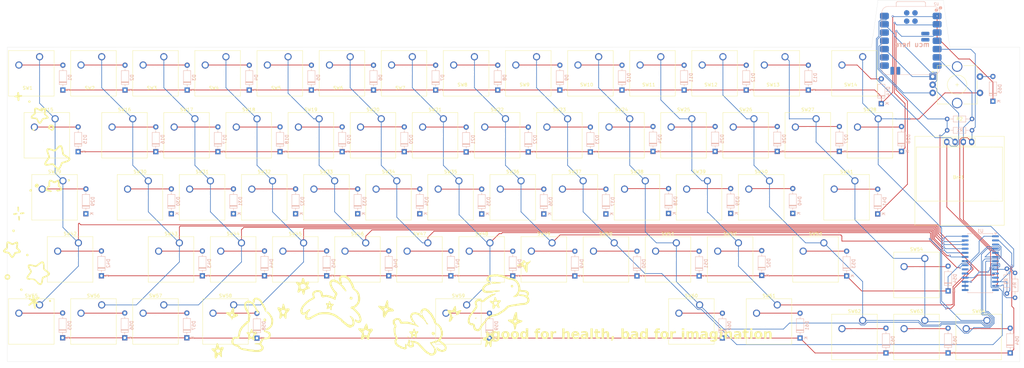
<source format=kicad_pcb>
(kicad_pcb (version 20241229) (generator "pcbnew") (generator_version "9.0")
  (layers (0 "F.Cu" signal) (2 "B.Cu" signal) (13 "F.Paste" user) (15 "B.Paste" user) (5 "F.SilkS" user "F.Silkscreen") (7 "B.SilkS" user "B.Silkscreen") (1 "F.Mask" user) (3 "B.Mask" user) (25 "Edge.Cuts" user))
  (net 0 "")
  (net 1 "GND")
  (net 2 "+5V")
  (net 3 "SDA")
  (net 4 "SCL")
  (net 5 "Net-(D1-A)")
  (net 6 "Net-(D2-A)")
  (net 7 "Net-(D3-A)")
  (net 8 "Net-(D4-A)")
  (net 9 "Net-(D5-A)")
  (net 10 "Net-(D6-A)")
  (net 11 "Net-(D7-A)")
  (net 12 "Net-(D8-A)")
  (net 13 "Net-(D9-A)")
  (net 14 "Net-(D10-A)")
  (net 15 "Net-(D11-A)")
  (net 16 "Net-(D12-A)")
  (net 17 "Net-(D13-A)")
  (net 18 "Net-(D14-A)")
  (net 19 "Net-(D15-A)")
  (net 20 "Net-(D16-A)")
  (net 21 "Net-(D17-A)")
  (net 22 "Net-(D18-A)")
  (net 23 "Net-(D19-A)")
  (net 24 "Net-(D20-A)")
  (net 25 "Net-(D21-A)")
  (net 26 "Net-(D22-A)")
  (net 27 "Net-(D23-A)")
  (net 28 "Net-(D24-A)")
  (net 29 "Net-(D25-A)")
  (net 30 "Net-(D26-A)")
  (net 31 "Net-(D27-A)")
  (net 32 "Net-(D28-A)")
  (net 33 "Net-(D29-A)")
  (net 34 "Net-(D30-A)")
  (net 35 "Net-(D31-A)")
  (net 36 "Net-(D32-A)")
  (net 37 "Net-(D33-A)")
  (net 38 "Net-(D34-A)")
  (net 39 "Net-(D35-A)")
  (net 40 "Net-(D36-A)")
  (net 41 "Net-(D37-A)")
  (net 42 "Net-(D38-A)")
  (net 43 "Net-(D39-A)")
  (net 44 "Net-(D40-A)")
  (net 45 "Net-(D41-A)")
  (net 46 "Net-(D42-A)")
  (net 47 "Net-(D43-A)")
  (net 48 "Net-(D44-A)")
  (net 49 "Net-(D45-A)")
  (net 50 "Net-(D46-A)")
  (net 51 "Net-(D47-A)")
  (net 52 "Net-(D48-A)")
  (net 53 "Net-(D49-A)")
  (net 54 "Net-(D50-A)")
  (net 55 "Net-(D51-A)")
  (net 56 "Net-(D52-A)")
  (net 57 "Net-(D53-A)")
  (net 58 "Net-(D54-A)")
  (net 59 "Net-(D55-A)")
  (net 60 "Net-(D56-A)")
  (net 61 "Net-(D57-A)")
  (net 62 "Net-(D58-A)")
  (net 63 "Net-(D59-A)")
  (net 64 "Net-(D60-A)")
  (net 65 "Net-(D61-A)")
  (net 66 "Net-(D62-A)")
  (net 67 "Net-(D63-A)")
  (net 68 "Net-(D64-A)")
  (net 69 "RS2")
  (net 70 "Column 0")
  (net 71 "Column 1")
  (net 72 "Column 2")
  (net 73 "Column 3")
  (net 74 "Column 4")
  (net 75 "Column 5")
  (net 76 "Column 6")
  (net 77 "Column 7")
  (net 78 "Column 8")
  (net 79 "Column 9")
  (net 80 "Column 10")
  (net 81 "Column 11")
  (net 82 "Column 12")
  (net 83 "Column 13")
  (net 84 "RA")
  (net 85 "RB")
  (net 86 "Row 0")
  (net 87 "Row 1")
  (net 88 "Row 2")
  (net 89 "Row 4")
  (net 90 "Row 3")
  (net 91 "+3.3V")
  (footprint "Button_Switch_Keyboard:SW_Cherry_MX_1.00u_PCB" (layer "F.Cu") (at 238.375 87.9025)
    (property "Reference" "SW11")
    (property "Value" "SW_Push_45deg")
  )
  (footprint "Button_Switch_Keyboard:SW_Cherry_MX_1.00u_PCB" (layer "F.Cu") (at 338.3875 168.865)
    (property "Reference" "SW64")
    (property "Value" "SW_Push_45deg")
  )
  (footprint "Button_Switch_Keyboard:SW_Cherry_MX_1.00u_PCB" (layer "F.Cu") (at 66.925 164.1025)
    (property "Reference" "SW56")
    (property "Value" "SW_Push_45deg")
  )
  (footprint "Button_Switch_Keyboard:SW_Cherry_MX_1.00u_PCB" (layer "F.Cu") (at 138.3625 126.0025)
    (property "Reference" "SW33")
    (property "Value" "SW_Push_45deg")
  )
  (footprint "Button_Switch_Keyboard:SW_Cherry_MX_1.00u_PCB" (layer "F.Cu") (at 319.3375 149.815)
    (property "Reference" "SW54")
    (property "Value" "SW_Push_45deg")
  )
  (footprint "Button_Switch_Keyboard:SW_Cherry_MX_1.00u_PCB" (layer "F.Cu") (at 47.875 164.1025)
    (property "Reference" "SW55")
    (property "Value" "SW_Push_45deg")
  )
  (footprint "Button_Switch_Keyboard:SW_Cherry_MX_1.00u_PCB" (layer "F.Cu") (at 205.0375 145.0525)
    (property "Reference" "SW49")
    (property "Value" "SW_Push_45deg")
  )
  (footprint "Button_Switch_Keyboard:SW_Cherry_MX_1.00u_PCB" (layer "F.Cu") (at 52.6375 106.9525)
    (property "Reference" "SW15")
    (property "Value" "SW_Push_45deg")
  )
  (footprint "Button_Switch_Keyboard:SW_Cherry_MX_1.00u_PCB" (layer "F.Cu") (at 55.01875 126.0025)
    (property "Reference" "SW29")
    (property "Value" "SW_Push_45deg")
  )
  (footprint "Button_Switch_Keyboard:SW_Cherry_MX_1.00u_PCB" (layer "F.Cu") (at 228.85 106.9525)
    (property "Reference" "SW24")
    (property "Value" "SW_Push_45deg")
  )
  (footprint "Button_Switch_Keyboard:SW_Cherry_MX_1.00u_PCB" (layer "F.Cu") (at 114.55 106.9525)
    (property "Reference" "SW18")
    (property "Value" "SW_Push_45deg")
  )
  (footprint "Button_Switch_Keyboard:SW_Cherry_MX_1.00u_PCB" (layer "F.Cu") (at 100.2625 126.0025)
    (property "Reference" "SW31")
    (property "Value" "SW_Push_45deg")
  )
  (footprint "Rotary_Encoder:RotaryEncoder_Alps_EC11E-Switch_Vertical_H20mm_CircularMountingHoles" (layer "F.Cu") (at 321.75 94)
    (property "Reference" "SW65" (hide yes))
    (property "Value" "RotaryEncoder_Switch")
  )
  (footprint "Button_Switch_Keyboard:SW_Cherry_MX_1.00u_PCB" (layer "F.Cu") (at 157.4125 126.0025)
    (property "Reference" "SW34")
    (property "Value" "SW_Push_45deg")
  )
  (footprint "Button_Switch_Keyboard:SW_Cherry_MX_1.00u_PCB" (layer "F.Cu") (at 286 106.9525)
    (property "Reference" "SW27")
    (property "Value" "SW_Push_45deg")
  )
  (footprint "Button_Switch_Keyboard:SW_Cherry_MX_1.00u_PCB" (layer "F.Cu") (at 81.2125 126.0025)
    (property "Reference" "SW30")
    (property "Value" "SW_Push_45deg")
  )
  (footprint "Button_Switch_Keyboard:SW_Cherry_MX_1.00u_PCB" (layer "F.Cu") (at 85.975 87.9025)
    (property "Reference" "SW3")
    (property "Value" "SW_Push_45deg")
  )
  (footprint "Button_Switch_Keyboard:SW_Cherry_MX_1.00u_PCB" (layer "F.Cu") (at 90.7375 145.0525)
    (property "Reference" "SW43")
    (property "Value" "SW_Push_45deg")
  )
  (footprint "Button_Switch_Keyboard:SW_Cherry_MX_1.00u_PCB" (layer "F.Cu") (at 109.7875 145.0525)
    (property "Reference" "SW44")
    (property "Value" "SW_Push_45deg")
  )
  (footprint "Button_Switch_Keyboard:SW_Cherry_MX_1.00u_PCB" (layer "F.Cu") (at 300.2875 87.9025)
    (property "Reference" "SW14")
    (property "Value" "SW_Push_45deg")
  )
  (footprint "Button_Switch_Keyboard:SW_Cherry_MX_1.00u_PCB" (layer "F.Cu") (at 243.1375 145.0525)
    (property "Reference" "SW51")
    (property "Value" "SW_Push_45deg")
  )
  (footprint "Button_Switch_Keyboard:SW_Cherry_MX_1.00u_PCB" (layer "F.Cu") (at 143.125 87.9025)
    (property "Reference" "SW6")
    (property "Value" "SW_Push_45deg")
  )
  (footprint "Button_Switch_Keyboard:SW_Cherry_MX_1.00u_PCB" (layer "F.Cu") (at 162.175 87.9025)
    (property "Reference" "SW7")
    (property "Value" "SW_Push_45deg")
  )
  (footprint "Button_Switch_Keyboard:SW_Cherry_MX_1.00u_PCB" (layer "F.Cu") (at 119.3125 126.0025)
    (property "Reference" "SW32")
    (property "Value" "SW_Push_45deg")
  )
  (footprint "Button_Switch_Keyboard:SW_Cherry_MX_1.00u_PCB" (layer "F.Cu") (at 200.275 87.9025)
    (property "Reference" "SW9")
    (property "Value" "SW_Push_45deg")
  )
  (footprint "SSD1306:128x64OLED" (layer "F.Cu") (at 329.7 124.65)
    (property "Reference" "Brd1")
    (property "Value" "SSD1306")
  )
  (footprint "Button_Switch_Keyboard:SW_Cherry_MX_1.00u_PCB" (layer "F.Cu") (at 274.09375 164.1025)
    (property "Reference" "SW61")
    (property "Value" "SW_Push_45deg")
  )
  (footprint "LOGO" (layer "F.Cu") (at 52.774018 132.302049 -90)
    (property "Reference" "G***" (hide yes))
    (property "Value" "LOGO" (hide yes))
  )
  (footprint "Button_Switch_Keyboard:SW_Cherry_MX_1.00u_PCB" (layer "F.Cu") (at 85.975 164.1025)
    (property "Reference" "SW57")
    (property "Value" "SW_Push_45deg")
  )
  (footprint "Button_Switch_Keyboard:SW_Cherry_MX_1.00u_PCB" (layer "F.Cu") (at 166.9375 145.0525)
    (property "Reference" "SW47")
    (property "Value" "SW_Push_45deg")
  )
  (footprint "Button_Switch_Keyboard:SW_Cherry_MX_1.00u_PCB" (layer "F.Cu") (at 152.65 106.9525)
    (property "Reference" "SW20")
    (property "Value" "SW_Push_45deg")
  )
  (footprint "Button_Switch_Keyboard:SW_Cherry_MX_1.00u_PCB" (layer "F.Cu") (at 76.45 106.9525)
    (property "Reference" "SW16")
    (property "Value" "SW_Push_45deg")
  )
  (footprint "Button_Switch_Keyboard:SW_Cherry_MX_1.00u_PCB" (layer "F.Cu") (at 105.025 87.9025)
    (property "Reference" "SW4")
    (property "Value" "SW_Push_45deg")
  )
  (footprint "Button_Switch_Keyboard:SW_Cherry_MX_1.00u_PCB" (layer "F.Cu") (at 95.5 106.9525)
    (property "Reference" "SW17")
    (property "Value" "SW_Push_45deg")
  )
  (footprint "Button_Switch_Keyboard:SW_Cherry_MX_1.00u_PCB" (layer "F.Cu") (at 147.8875 145.0525)
    (property "Reference" "SW46")
    (property "Value" "SW_Push_45deg")
  )
  (footprint "Button_Switch_Keyboard:SW_Cherry_MX_1.00u_PCB" (layer "F.Cu") (at 219.325 87.9025)
    (property "Reference" "SW10")
    (property "Value" "SW_Push_45deg")
  )
  (footprint "Button_Switch_Keyboard:SW_Cherry_MX_1.00u_PCB" (layer "F.Cu") (at 297.90625 126.0025)
    (property "Reference" "SW41")
    (property "Value" "SW_Push_45deg")
  )
  (footprint "Button_Switch_Keyboard:SW_Cherry_MX_1.00u_PCB" (layer "F.Cu") (at 276.475 87.9025)
    (property "Reference" "SW13")
    (property "Value" "SW_Push_45deg")
  )
  (footprint "Button_Switch_Keyboard:SW_Cherry_MX_1.00u_PCB" (layer "F.Cu") (at 271.7125 126.0025)
    (property "Reference" "SW40")
    (property "Value" "SW_Push_45deg")
  )
  (footprint "Button_Switch_Keyboard:SW_Cherry_MX_2.25u_PCB" (layer "F.Cu") (at 59.78125 145.0525)
    (property "Reference" "SW42")
    (property "Value" "SW_Push_45deg")
  )
  (footprint "Button_Switch_Keyboard:SW_Cherry_MX_1.00u_PCB" (layer "F.Cu") (at 252.6625 126.0025)
    (property "Reference" "SW39")
    (property "Value" "SW_Push_45deg")
  )
  (footprint "Button_Switch_Keyboard:SW_Cherry_MX_1.00u_PCB" (layer "F.Cu") (at 305.05 106.9525)
    (property "Reference" "SW28")
    (property "Value" "SW_Push_45deg")
  )
  (footprint "Button_Switch_Keyboard:SW_Cherry_MX_1.00u_PCB" (layer "F.Cu") (at 214.5625 126.0025)
    (property "Reference" "SW37")
    (property "Value" "SW_Push_45deg")
  )
  (footprint "Button_Switch_Keyboard:SW_Cherry_MX_1.00u_PCB" (layer "F.Cu") (at 257.425 87.9025)
    (property "Reference" "SW12")
    (property "Value" "SW_Push_45deg")
  )
  (footprint "Button_Switch_Keyboard:SW_Cherry_MX_1.00u_PCB" (layer "F.Cu") (at 66.925 87.9025)
    (property "Reference" "SW2")
    (property "Value" "SW_Push_45deg")
  )
  (footprint "Button_Switch_Keyboard:SW_Cherry_MX_1.00u_PCB" (layer "F.Cu") (at 288.38125 145.0525)
    (property "Reference" "SW53")
    (property "Value" "SW_Push_45deg")
  )
  (footprint "Button_Switch_Keyboard:SW_Cherry_MX_1.00u_PCB" (layer "F.Cu") (at 319.3375 168.865)
    (property "Reference" "SW63")
    (property "Value" "SW_Push_45deg")
  )
  (footprint "Button_Switch_Keyboard:SW_Cherry_MX_1.00u_PCB" (layer "F.Cu") (at 124.075 87.9025)
    (property "Reference" "SW5")
    (property "Value" "SW_Push_45deg")
  )
  (footprint "Button_Switch_Keyboard:SW_Cherry_MX_1.00u_PCB" (layer "F.Cu") (at 128.8375 145.0525)
    (property "Reference" "SW45")
    (property "Value" "SW_Push_45deg")
  )
  (footprint "Button_Switch_Keyboard:SW_Cherry_MX_1.00u_PCB" (layer "F.Cu") (at 247.9 106.9525)
    (property "Reference" "SW25")
    (property "Value" "SW_Push_45deg")
  )
  (footprint "Button_Switch_Keyboard:SW_Cherry_MX_1.00u_PCB" (layer "F.Cu") (at 181.225 87.9025)
    (property "Reference" "SW8")
    (property "Value" "SW_Push_45deg")
  )
  (footprint "Button_Switch_Keyboard:SW_Cherry_MX_1.00u_PCB" (layer "F.Cu") (at 190.75 106.9525)
    (property "Reference" "SW22")
    (property "Value" "SW_Push_45deg")
  )
  (footprint "LOGO" (layer "F.Cu") (at 149.862142 159.882693)
    (property "Reference" "G***" (hide yes))
    (property "Value" "LOGO" (hide yes))
  )
  (footprint "Button_Switch_Keyboard:SW_Cherry_MX_1.00u_PCB" (layer "F.Cu") (at 233.6125 126.0025)
    (property "Reference" "SW38")
    (property "Value" "SW_Push_45deg")
  )
  (footprint "Button_Switch_Keyboard:SW_Cherry_MX_1.00u_PCB" (layer "F.Cu") (at 224.0875 145.0525)
    (property "Reference" "SW50")
    (property "Value" "SW_Push_45deg")
  )
  (footprint "Button_Switch_Keyboard:SW_Cherry_MX_1.00u_PCB" (layer "F.Cu") (at 266.95 106.9525)
    (property "Reference" "SW26")
    (property "Value" "SW_Push_45deg")
  )
  (footprint "Button_Switch_Keyboard:SW_Cherry_MX_1.00u_PCB" (layer "F.Cu") (at 107.40625 164.1025)
    (property "Reference" "SW58")
    (property "Value" "SW_Push_45deg")
  )
  (footprint "Button_Switch_Keyboard:SW_Cherry_MX_1.00u_PCB" (layer "F.Cu") (at 209.8 106.9525)
    (property "Reference" "SW23")
    (property "Value" "SW_Push_45deg")
  )
  (footprint "Button_Switch_Keyboard:SW_Cherry_MX_1.00u_PCB" (layer "F.Cu") (at 47.875 87.9025)
    (property "Reference" "SW1")
    (property "Value" "SW_Push_45deg")
  )
  (footprint "Button_Switch_Keyboard:SW_Cherry_MX_1.00u_PCB" (layer "F.Cu") (at 250.28125 164.1025)
    (property "Reference" "SW60")
    (property "Value" "SW_Push_45deg")
  )
  (footprint "Button_Switch_Keyboard:SW_Cherry_MX_1.00u_PCB" (layer "F.Cu") (at 185.9875 145.0525)
    (property "Reference" "SW48")
    (property "Value" "SW_Push_45deg")
  )
  (footprint "Button_Switch_Keyboard:SW_Cherry_MX_6.25u_PCB" (layer "F.Cu") (at 178.84375 164.1025)
    (property "Reference" "SW59")
    (property "Value" "SW_Push_45deg")
  )
  (footprint "Button_Switch_Keyboard:SW_Cherry_MX_1.00u_PCB" (layer "F.Cu") (at 300.2875 168.865)
    (property "Reference" "SW62")
    (property "Value" "SW_Push_45deg")
  )
  (footprint "Button_Switch_Keyboard:SW_Cherry_MX_1.00u_PCB" (layer "F.Cu") (at 195.5125 126.0025)
    (property "Reference" "SW36")
    (property "Value" "SW_Push_45deg")
  )
  (footprint "Button_Switch_Keyboard:SW_Cherry_MX_1.00u_PCB" (layer "F.Cu") (at 176.4625 126.0025)
    (property "Reference" "SW35")
    (property "Value" "SW_Push_45deg")
  )
  (footprint "Button_Switch_Keyboard:SW_Cherry_MX_1.00u_PCB" (layer "F.Cu") (at 262.1875 145.0525)
    (property "Reference" "SW52")
    (property "Value" "SW_Push_45deg")
  )
  (footprint "Button_Switch_Keyboard:SW_Cherry_MX_1.00u_PCB" (layer "F.Cu") (at 133.6 106.9525)
    (property "Reference" "SW19")
    (property "Value" "SW_Push_45deg")
  )
  (footprint "Button_Switch_Keyboard:SW_Cherry_MX_1.00u_PCB" (layer "F.Cu") (at 171.7 106.9525)
    (property "Reference" "SW21")
    (property "Value" "SW_Push_45deg")
  )
  (footprint "Diode_THT:D_DO-35_SOD27_P7.62mm_Horizontal" (layer "B.Cu") (at 283.625 98.1125 90)
    (property "Reference" "D13")
    (property "Value" "D")
  )
  (footprint "Diode_THT:D_DO-35_SOD27_P7.62mm_Horizontal" (layer "B.Cu") (at 145.425 136.1125 90)
    (property "Reference" "D33")
    (property "Value" "D")
  )
  (footprint "Diode_THT:D_DO-35_SOD27_P7.62mm_Horizontal" (layer "B.Cu") (at 178.6875 117.1225 90)
    (property "Reference" "D21")
    (property "Value" "D")
  )
  (footprint "Diode_THT:D_DO-35_SOD27_P7.62mm_Horizontal" (layer "B.Cu") (at 212.025 155.2225 90)
    (property "Reference" "D49")
    (property "Value" "D")
  )
  (footprint "Diode_THT:D_DO-35_SOD27_P7.62mm_Horizontal" (layer "B.Cu") (at 126.375 136.1125 90)
    (property "Reference" "D32")
    (property "Value" "D")
  )
  (footprint "Diode_THT:D_DO-35_SOD27_P7.62mm_Horizontal" (layer "B.Cu") (at 188.375 98.1125 90)
    (property "Reference" "D8")
    (property "Value" "D")
  )
  (footprint "Diode_THT:D_DO-35_SOD27_P7.62mm_Horizontal" (layer "B.Cu") (at 183.45 136.1725 90)
    (property "Reference" "D35")
    (property "Value" "D")
  )
  (footprint "Diode_THT:D_DO-35_SOD27_P7.62mm_Horizontal" (layer "B.Cu") (at 259.8 136 90)
    (property "Reference" "D39")
    (property "Value" "D")
  )
  (footprint "Diode_THT:D_DO-35_SOD27_P7.62mm_Horizontal" (layer "B.Cu") (at 135.9 155.1625 90)
    (property "Reference" "D45")
    (property "Value" "D")
  )
  (footprint "Diode_THT:D_DO-35_SOD27_P7.62mm_Horizontal" (layer "B.Cu") (at 150.275 98.1125 90)
    (property "Reference" "D6")
    (property "Value" "D")
  )
  (footprint "Diode_THT:D_DO-35_SOD27_P7.62mm_Horizontal" (layer "B.Cu") (at 345.525 178.8625 90)
    (property "Reference" "D64")
    (property "Value" "D")
  )
  (footprint "Diode_THT:D_DO-35_SOD27_P7.62mm_Horizontal" (layer "B.Cu") (at 154.95 155.1625 90)
    (property "Reference" "D46")
    (property "Value" "D")
  )
  (footprint "Diode_THT:D_DO-35_SOD27_P7.62mm_Horizontal" (layer "B.Cu") (at 93.125 98.1125 90)
    (property "Reference" "D3")
    (property "Value" "D")
  )
  (footprint "Diode_THT:D_DO-35_SOD27_P7.62mm_Horizontal" (layer "B.Cu") (at 264.575 98.1125 90)
    (property "Reference" "D12")
    (property "Value" "D")
  )
  (footprint "Diode_THT:D_DO-35_SOD27_P7.62mm_Horizontal" (layer "B.Cu") (at 185.83125 174.2725 90)
    (property "Reference" "D59")
    (property "Value" "D")
  )
  (footprint "Diode_THT:D_DO-35_SOD27_P7.62mm_Horizontal" (layer "B.Cu") (at 197.7375 117.1225 90)
    (property "Reference" "D22")
    (property "Value" "D")
  )
  (footprint "Diode_THT:D_DO-35_SOD27_P7.62mm_Horizontal" (layer "B.Cu") (at 66.84375 155.1625 90)
    (property "Reference" "D42")
    (property "Value" "D")
  )
  (footprint "Diode_THT:D_DO-35_SOD27_P7.62mm_Horizontal" (layer "B.Cu") (at 257.26875 174.2725 90)
    (property "Reference" "D60")
    (property "Value" "D")
  )
  (footprint "Diode_THT:D_DO-35_SOD27_P7.62mm_Horizontal" (layer "B.Cu") (at 112.175 98.1125 90)
    (property "Reference" "D4")
    (property "Value" "D")
  )
  (footprint "Diode_THT:D_DO-35_SOD27_P7.62mm_Horizontal" (layer "B.Cu") (at 174 155.1625 90)
    (property "Reference" "D47")
    (property "Value" "D")
  )
  (footprint "Diode_THT:D_DO-35_SOD27_P7.62mm_Horizontal" (layer "B.Cu") (at 221.55 136.1725 90)
    (property "Reference" "D37")
    (property "Value" "D")
  )
  (footprint "Diode_THT:D_DO-35_SOD27_P7.62mm_Horizontal" (layer "B.Cu") (at 326.475 159.8125 90)
    (property "Reference" "D54")
    (property "Value" "D")
  )
  (footprint "Diode_THT:D_DO-35_SOD27_P7.62mm_Horizontal" (layer "B.Cu") (at 293.1375 116.95 90)
    (property "Reference" "D27")
    (property "Value" "D")
  )
  (footprint "Diode_THT:D_DO-35_SOD27_P7.62mm_Horizontal" (layer "B.Cu") (at 250.125 155.2225 90)
    (property "Reference" "D51")
    (property "Value" "D")
  )
  (footprint "Diode_THT:D_DO-35_SOD27_P7.62mm_Horizontal" (layer "B.Cu") (at 235.9875 116.95 90)
    (property "Reference" "D24")
    (property "Value" "D")
  )
  (footprint "Diode_THT:D_DO-35_SOD27_P7.62mm_Horizontal" (layer "B.Cu") (at 114.525 174.3025 90)
    (property "Reference" "D58")
    (property "Value" "D")
  )
  (footprint "Diode_THT:D_DO-35_SOD27_P7.62mm_Horizontal" (layer "B.Cu") (at 269.325 155.05 90)
    (property "Reference" "D52")
    (property "Value" "D")
  )
  (footprint "Diode_THT:D_DO-35_SOD27_P7.62mm_Horizontal" (layer "B.Cu") (at 93.0375 174.2125 90)
    (property "Reference" "D57")
    (property "Value" "D")
  )
  (footprint "Diode_THT:D_DO-35_SOD27_P7.62mm_Horizontal" (layer "B.Cu") (at 307.425 178.8625 90)
    (property "Reference" "D62")
    (property "Value" "D")
  )
  (footprint "Diode_THT:D_DO-35_SOD27_P7.62mm_Horizontal" (layer "B.Cu") (at 73.9875 174.2125 90)
    (property "Reference" "D56")
    (property "Value" "D")
  )
  (footprint "Diode_THT:D_DO-35_SOD27_P7.62mm_Horizontal" (layer "B.Cu") (at 340.225 101.5675 90)
    (property "Reference" "D65")
    (property "Value" "D")
  )
  (footprint "Resistor_THT:R_Axial_DIN0204_L3.6mm_D1.6mm_P7.62mm_Horizontal" (layer "B.Cu") (at 347 154.2775 -90)
    (property "Reference" "R4")
    (property "Value" "R")
  )
  (footprint "Diode_THT:D_DO-35_SOD27_P7.62mm_Horizontal" (layer "B.Cu") (at 202.5 136.1725 90)
    (property "Reference" "D36")
    (property "Value" "D")
  )
  (footprint "Package_SO:SOIC-28W_7.5x17.9mm_P1.27mm" (layer "B.Cu") (at 336.35 151.285 180)
    (property "Reference" "U1")
    (property "Value" "MCP23017_SO")
  )
  (footprint "Diode_THT:D_DO-35_SOD27_P7.62mm_Horizontal" (layer "B.Cu") (at 97.8 155.1625 90)
    (property "Reference" "D43")
    (property "Value" "D")
  )
  (footprint "Diode_THT:D_DO-35_SOD27_P7.62mm_Horizontal" (layer "B.Cu") (at 312.1875 116.95 90)
    (property "Reference" "D28")
    (property "Value" "D")
  )
  (footprint "Diode_THT:D_DO-35_SOD27_P7.62mm_Horizontal" (layer "B.Cu") (at 207.425 98.1125 90)
    (property "Reference" "D9")
    (property "Value" "D")
  )
  (footprint "Diode_THT:D_DO-35_SOD27_P7.62mm_Horizontal" (layer "B.Cu") (at 159.7125 117.0625 90)
    (property "Reference" "D20")
    (property "Value" "D")
  )
  (footprint "Resistor_THT:R_Axial_DIN0204_L3.6mm_D1.6mm_P7.62mm_Horizontal" (layer "B.Cu") (at 344.5 153 -90)
    (property "Reference" "R3")
    (property "Value" "R")
  )
  (footprint "Diode_THT:D_DO-35_SOD27_P7.62mm_Horizontal" (layer "B.Cu") (at 88.275 136.1125 90)
    (property "Reference" "D30")
    (property "Value" "D")
  )
  (footprint "Diode_THT:D_DO-35_SOD27_P7.62mm_Horizontal" (layer "B.Cu") (at 55.025 98.1125 90)
    (property "Reference" "D1")
    (property "Value" "D")
  )
  (footprint "Diode_THT:D_DO-35_SOD27_P7.62mm_Horizontal" (layer "B.Cu") (at 121.6125 117.0625 90)
    (property "Reference" "D18")
    (property "Value" "D")
  )
  (footprint "Diode_THT:D_DO-35_SOD27_P7.62mm_Horizontal" (layer "B.Cu") (at 255.0375 116.95 90)
    (property "Reference" "D25")
    (property "Value" "D")
  )
  (footprint "Diode_THT:D_DO-35_SOD27_P7.62mm_Horizontal" (layer "B.Cu") (at 231.075 155.2225 90)
    (property "Reference" "D50")
    (property "Value" "D")
  )
  (footprint "Diode_THT:D_DO-35_SOD27_P7.62mm_Horizontal" (layer "B.Cu") (at 131.225 98.1125 90)
    (property "Reference" "D5")
    (property "Value" "D")
  )
  (footprint "Diode_THT:D_DO-35_SOD27_P7.62mm_Horizontal" (layer "B.Cu") (at 295.36875 155.2225 90)
    (property "Reference" "D53")
    (property "Value" "D")
  )
  (footprint "Diode_THT:D_DO-35_SOD27_P7.62mm_Horizontal" (layer "B.Cu") (at 54.9375 174.2125 90)
    (property "Reference" "D55")
    (property "Value" "D")
  )
  (footprint "Diode_THT:D_DO-35_SOD27_P7.62mm_Horizontal" (layer "B.Cu") (at 306 102.31 90)
    (property "Reference" "D14")
    (property "Value" "D")
  )
  (footprint "Resistor_THT:R_Axial_DIN0204_L3.6mm_D1.6mm_P7.62mm_Horizontal" (layer "B.Cu") (at 333.81 110.5 180)
    (property "Reference" "R1")
    (property "Value" "R")
  )
  (footprint "Diode_THT:D_DO-35_SOD27_P7.62mm_Horizontal" (layer "B.Cu") (at 281.08125 174.2725 90)
    (property "Reference" "D61")
    (property "Value" "D")
  )
  (footprint "Diode_THT:D_DO-35_SOD27_P7.62mm_Horizontal" (layer "B.Cu") (at 83.5125 117.0625 90)
    (property "Reference" "D16")
    (property "Value" "D")
  )
  (footprint "Diode_THT:D_DO-35_SOD27_P7.62mm_Horizontal" (layer "B.Cu") (at 107.325 136.1125 90)
    (property "Reference" "D31")
    (property "Value" "D")
  )
  (footprint "Diode_THT:D_DO-35_SOD27_P7.62mm_Horizontal" (layer "B.Cu") (at 116.85 155.1625 90)
    (property "Reference" "D44")
    (property "Value" "D")
  )
  (footprint "Diode_THT:D_DO-35_SOD27_P7.62mm_Horizontal" (layer "B.Cu") (at 169.325 98.1125 90)
    (property "Reference" "D7")
    (property "Value" "D")
  )
  (footprint "Diode_THT:D_DO-35_SOD27_P7.62mm_Horizontal" (layer "B.Cu") (at 74.075 98.1125 90)
    (property "Reference" "D2")
    (property "Value" "D")
  )
  (footprint "Diode_THT:D_DO-35_SOD27_P7.62mm_Horizontal" (layer "B.Cu") (at 326.475 178.8625 90)
    (property "Reference" "D63")
    (property "Value" "D")
  )
  (footprint "Diode_THT:D_DO-35_SOD27_P7.62mm_Horizontal" (layer "B.Cu") (at 164.475 136.1125 90)
    (property "Reference" "D34")
    (property "Value" "D")
  )
  (footprint "Diode_THT:D_DO-35_SOD27_P7.62mm_Horizontal" (layer "B.Cu") (at 192.975 155.2225 90)
    (property "Reference" "D48")
    (property "Value" "D")
  )
  (footprint "Diode_THT:D_DO-35_SOD27_P7.62mm_Horizontal" (layer "B.Cu") (at 216.7875 117.1225 90)
    (property "Reference" "D23")
    (property "Value" "D")
  )
  (footprint "Diode_THT:D_DO-35_SOD27_P7.62mm_Horizontal" (layer "B.Cu") (at 102.5625 117.0625 90)
    (property "Reference" "D17")
    (property "Value" "D")
  )
  (footprint "Diode_THT:D_DO-35_SOD27_P7.62mm_Horizontal" (layer "B.Cu") (at 278.85 136 90)
    (property "Reference" "D40")
    (property "Value" "D")
  )
  (footprint "Diode_THT:D_DO-35_SOD27_P7.62mm_Horizontal" (layer "B.Cu") (at 240.75 136 90)
    (property "Reference" "D38")
    (property "Value" "D")
  )
  (footprint "Resistor_THT:R_Axial_DIN0204_L3.6mm_D1.6mm_P7.62mm_Horizontal" (layer "B.Cu") (at 333.81 107 180)
    (property "Reference" "R2")
    (property "Value" "R")
  )
  (footprint "Diode_THT:D_DO-35_SOD27_P7.62mm_Horizontal" (layer "B.Cu") (at 245.525 98.1125 90)
    (property "Reference" "D11")
    (property "Value" "D")
  )
  (footprint "Diode_THT:D_DO-35_SOD27_P7.62mm_Horizontal" (layer "B.Cu") (at 226.475 98.1125 90)
    (property "Reference" "D10")
    (property "Value" "D")
  )
  (footprint "Diode_THT:D_DO-35_SOD27_P7.62mm_Horizontal" (layer "B.Cu") (at 274.0875 116.95 90)
    (property "Reference" "D26")
    (property "Value" "D")
  )
  (footprint "Diode_THT:D_DO-35_SOD27_P7.62mm_Horizontal" (layer "B.Cu") (at 62.08125 136.1125 90)
    (property "Reference" "D29")
    (property "Value" "D")
  )
  (footprint "Seeed Studio XIAO Series Library:XIAO-nRF52840-SMD" (layer "B.Cu") (at 315 83 180)
    (property "Reference" "U2")
    (property "Value" "XIAO-nRF52840-SMD")
  )
  (footprint "Diode_THT:D_DO-35_SOD27_P7.62mm_Horizontal" (layer "B.Cu") (at 140.6625 117.0625 90)
    (property "Reference" "D19")
    (property "Value" "D")
  )
  (footprint "Diode_THT:D_DO-35_SOD27_P7.62mm_Horizontal" (layer "B.Cu") (at 304.89375 136.1725 90)
    (property "Reference" "D41")
    (property "Value" "D")
  )
  (footprint "Diode_THT:D_DO-35_SOD27_P7.62mm_Horizontal" (layer "B.Cu") (at 59.7 117.0625 90)
    (property "Reference" "D15")
    (property "Value" "D")
  )
  (gr_line (start 38 181.5) (end 348.5 181.5) (stroke (width 0.05)) (layer "Edge.Cuts"))
  (gr_line (start 304.975 70.5) (end 303 85) (stroke (width 0.05)) (layer "Edge.Cuts"))
  (gr_line (start 38 85) (end 38 181.5) (stroke (width 0.05)) (layer "Edge.Cuts"))
  (gr_line (start 303 85) (end 38 85) (stroke (width 0.05)) (layer "Edge.Cuts"))
  (gr_line (start 327 85) (end 325.025 70.5) (stroke (width 0.05)) (layer "Edge.Cuts"))
  (gr_line (start 348.5 85) (end 327 85) (stroke (width 0.05)) (layer "Edge.Cuts"))
  (gr_line (start 325.025 70.5) (end 304.975 70.5) (stroke (width 0.05)) (layer "Edge.Cuts"))
  (gr_line (start 348.5 181.5) (end 348.5 85) (stroke (width 0.05)) (layer "Edge.Cuts"))
  (gr_text "good for health, bad for imagination" (at 229.5 175 0) (layer "F.SilkS") (effects (font (size 3 3) (thickness 0.2) (bold yes)) (justify bottom)))
  (gr_text "mcu here" (at 321 85 -0) (layer "B.SilkS") (effects (font (size 1.5 1.5) (thickness 0.3) (bold yes)) (justify left bottom mirror)))
  (segment (start 335.57 154.93) (end 333.5 157) (width 0.2) (layer "F.Cu") (net 1))
  (segment (start 340.53 154.93) (end 339.5 154.93) (width 0.2) (layer "F.Cu") (net 1))
  (segment (start 339.5 147.484142) (end 326.08 134.064142) (width 0.2) (layer "F.Cu") (net 1))
  (segment (start 326.08 134.064142) (end 326.08 114.05) (width 0.2) (layer "F.Cu") (net 1))
  (segment (start 339.5 154.93) (end 335.57 154.93) (width 0.2) (layer "F.Cu") (net 1))
  (segment (start 339.5 154.93) (end 339.5 147.484142) (width 0.2) (layer "F.Cu") (net 1))
  (segment (start 341 154.46) (end 340.53 154.93) (width 0.2) (layer "F.Cu") (net 1))
  (via (at 341 154.46) (size 0.6) (drill 0.3) (layers "F.Cu" "B.Cu") (net 1))
  (via (at 333.5 157) (size 0.6) (drill 0.3) (layers "F.Cu" "B.Cu") (net 1))
  (segment (start 327.381 115.351) (end 329.076049 115.351) (width 0.2) (layer "B.Cu") (net 1))
  (segment (start 326.08 114.05) (end 327.381 115.351) (width 0.2) (layer "B.Cu") (net 1))
  (segment (start 306.945 77.92) (end 310 80.975) (width 0.2) (layer "B.Cu") (net 1))
  (segment (start 329.076049 115.351) (end 329.721 114.706049) (width 0.2) (layer "B.Cu") (net 1))
  (segment (start 329.721 114.706049) (end 329.721 105.25942) (width 0.2) (layer "B.Cu") (net 1))
  (segment (start 323.051 95.199) (end 321.75 96.5) (width 0.2) (layer "B.Cu") (net 1))
  (segment (start 329.721 105.25942) (end 323.051 98.58942) (width 0.2) (layer "B.Cu") (net 1))
  (segment (start 323.051 92.699) (end 323.051 95.199) (width 0.2) (layer "B.Cu") (net 1))
  (segment (start 333.5 157) (end 331.7 157) (width 0.2) (layer "B.Cu") (net 1))
  (segment (start 323.051 97.801) (end 321.75 96.5) (width 0.2) (layer "B.Cu") (net 1))
  (segment (start 323.051 98.58942) (end 323.051 97.801) (width 0.2) (layer "B.Cu") (net 1))
  (segment (start 321.199 92.699) (end 323.051 92.699) (width 0.2) (layer "B.Cu") (net 1))
  (segment (start 331.7 157) (end 331.7 159.54) (width 0.2) (layer "B.Cu") (net 1))
  (segment (start 310 80.975) (end 310 81.5) (width 0.2) (layer "B.Cu") (net 1))
  (segment (start 310 81.5) (end 321.199 92.699) (width 0.2) (layer "B.Cu") (net 1))
  (segment (start 307.5 75.935) (end 306.945 75.38) (width 0.2) (layer "B.Cu") (net 2))
  (segment (start 322.50195 112.749) (end 327.319 112.749) (width 0.2) (layer "B.Cu") (net 2))
  (segment (start 327.319 112.749) (end 328.62 114.05) (width 0.2) (layer "B.Cu") (net 2))
  (segment (start 304.467 82.3709) (end 304.467 94.71405) (width 0.2) (layer "B.Cu") (net 2))
  (segment (start 307.5 76.619) (end 307.5 75.935) (width 0.2) (layer "B.Cu") (net 2))
  (segment (start 305.269 81.5689) (end 304.467 82.3709) (width 0.2) (layer "B.Cu") (net 2))
  (segment (start 305.730942 76.619) (end 305.269 77.080942) (width 0.2) (layer "B.Cu") (net 2))
  (segment (start 307.5 76.619) (end 305.730942 76.619) (width 0.2) (layer "B.Cu") (net 2))
  (segment (start 304.467 94.71405) (end 322.50195 112.749) (width 0.2) (layer "B.Cu") (net 2))
  (segment (start 305.269 77.080942) (end 305.269 81.5689) (width 0.2) (layer "B.Cu") (net 2))
  (segment (start 330.059 137.476042) (end 341.601 149.018042) (width 0.2) (layer "F.Cu") (net 3))
  (segment (start 330.059 113.393951) (end 330.059 137.476042) (width 0.2) (layer "F.Cu") (net 3))
  (segment (start 330.703951 112.749) (end 330.059 113.393951) (width 0.2) (layer "F.Cu") (net 3))
  (segment (start 333.7 114.05) (end 332.399 112.749) (width 0.2) (layer "F.Cu") (net 3))
  (segment (start 341.601 149.018042) (end 341.601 157.669) (width 0.2) (layer "F.Cu") (net 3))
  (segment (start 332.399 112.749) (end 330.703951 112.749) (width 0.2) (layer "F.Cu") (net 3))
  (segment (start 341.601 157.669) (end 341 158.27) (width 0.2) (layer "F.Cu") (net 3))
  (via (at 341 158.27) (size 0.6) (drill 0.3) (layers "F.Cu" "B.Cu") (net 3))
  (segment (start 333.43555 85.601) (end 334.811 86.97645) (width 0.2) (layer "B.Cu") (net 3))
  (segment (start 334.811 86.97645) (end 334.811 109.499) (width 0.2) (layer "B.Cu") (net 3))
  (segment (start 343 158) (end 342.73 158.27) (width 0.2) (layer "B.Cu") (net 3))
  (segment (start 333.81 113.94) (end 333.7 114.05) (width 0.2) (layer "B.Cu") (net 3))
  (segment (start 323.171 85.601) (end 333.43555 85.601) (width 0.2) (layer "B.Cu") (net 3))
  (segment (start 343.5 158) (end 343 158) (width 0.2) (layer "B.Cu") (net 3))
  (segment (start 342.73 158.27) (end 341 158.27) (width 0.2) (layer "B.Cu") (net 3))
  (segment (start 333.81 110.5) (end 333.81 113.94) (width 0.2) (layer "B.Cu") (net 3))
  (segment (start 323.11 85.54) (end 323.171 85.601) (width 0.2) (layer "B.Cu") (net 3))
  (segment (start 334.811 109.499) (end 333.81 110.5) (width 0.2) (layer "B.Cu") (net 3))
  (segment (start 347 161.8975) (end 344.361872 161.8975) (width 0.2) (layer "B.Cu") (net 3))
  (segment (start 343.5 161.035628) (end 343.5 158) (width 0.2) (layer "B.Cu") (net 3))
  (segment (start 344.361872 161.8975) (end 343.5 161.035628) (width 0.2) (layer "B.Cu") (net 3))
  (segment (start 331.16 138.009942) (end 331.16 114.05) (width 0.2) (layer "F.Cu") (net 4))
  (segment (start 345.599 153.801) (end 345.599 152.448942) (width 0.2) (layer "F.Cu") (net 4))
  (segment (start 345.599 152.448942) (end 331.16 138.009942) (width 0.2) (layer "F.Cu") (net 4))
  (segment (start 345.4 154) (end 345.599 153.801) (width 0.2) (layer "F.Cu") (net 4))
  (via (at 345.4 154) (size 0.6) (drill 0.3) (layers "F.Cu" "B.Cu") (net 4))
  (segment (start 344.5 157) (end 341 157) (width 0.2) (layer "B.Cu") (net 4))
  (segment (start 333.81 98.78) (end 333.81 107) (width 0.2) (layer "B.Cu") (net 4))
  (segment (start 344.5 160.62) (end 344.5 157) (width 0.2) (layer "B.Cu") (net 4))
  (segment (start 331.16 114.05) (end 331.16 109.65) (width 0.2) (layer "B.Cu") (net 4))
  (segment (start 342.4 157) (end 345.4 154) (width 0.2) (layer "B.Cu") (net 4))
  (segment (start 344.5 160.62) (end 345.4 159.72) (width 0.2) (layer "B.Cu") (net 4))
  (segment (start 341 157) (end 342.4 157) (width 0.2) (layer "B.Cu") (net 4))
  (segment (start 323.11 88.08) (end 333.81 98.78) (width 0.2) (layer "B.Cu") (net 4))
  (segment (start 331.16 109.65) (end 333.81 107) (width 0.2) (layer "B.Cu") (net 4))
  (segment (start 345.4 159.72) (end 345.4 154) (width 0.2) (layer "B.Cu") (net 4))
  (segment (start 41.525 90.4425) (end 54.975 90.4425) (width 0.2) (layer "F.Cu") (net 5))
  (segment (start 54.975 90.4425) (end 55.025 90.4925) (width 0.2) (layer "F.Cu") (net 5))
  (segment (start 60.575 90.4425) (end 74.025 90.4425) (width 0.2) (layer "F.Cu") (net 6))
  (segment (start 74.025 90.4425) (end 74.075 90.4925) (width 0.2) (layer "F.Cu") (net 6))
  (segment (start 93.075 90.4425) (end 93.125 90.4925) (width 0.2) (layer "F.Cu") (net 7))
  (segment (start 79.625 90.4425) (end 93.075 90.4425) (width 0.2) (layer "F.Cu") (net 7))
  (segment (start 98.675 90.4425) (end 112.125 90.4425) (width 0.2) (layer "F.Cu") (net 8))
  (segment (start 112.125 90.4425) (end 112.175 90.4925) (width 0.2) (layer "F.Cu") (net 8))
  (segment (start 131.175 90.4425) (end 131.225 90.4925) (width 0.2) (layer "F.Cu") (net 9))
  (segment (start 117.725 90.4425) (end 131.175 90.4425) (width 0.2) (layer "F.Cu") (net 9))
  (segment (start 150.225 90.4425) (end 150.275 90.4925) (width 0.2) (layer "F.Cu") (net 10))
  (segment (start 136.775 90.4425) (end 150.225 90.4425) (width 0.2) (layer "F.Cu") (net 10))
  (segment (start 155.825 90.4425) (end 169.275 90.4425) (width 0.2) (layer "F.Cu") (net 11))
  (segment (start 169.275 90.4425) (end 169.325 90.4925) (width 0.2) (layer "F.Cu") (net 11))
  (segment (start 174.875 90.4425) (end 188.325 90.4425) (width 0.2) (layer "F.Cu") (net 12))
  (segment (start 188.325 90.4425) (end 188.375 90.4925) (width 0.2) (layer "F.Cu") (net 12))
  (segment (start 193.925 90.4425) (end 207.375 90.4425) (width 0.2) (layer "F.Cu") (net 13))
  (segment (start 207.375 90.4425) (end 207.425 90.4925) (width 0.2) (layer "F.Cu") (net 13))
  (segment (start 212.975 90.4425) (end 226.425 90.4425) (width 0.2) (layer "F.Cu") (net 14))
  (segment (start 226.425 90.4425) (end 226.475 90.4925) (width 0.2) (layer "F.Cu") (net 14))
  (segment (start 245.475 90.4425) (end 245.525 90.4925) (width 0.2) (layer "F.Cu") (net 15))
  (segment (start 232.025 90.4425) (end 245.475 90.4425) (width 0.2) (layer "F.Cu") (net 15))
  (segment (start 264.525 90.4425) (end 264.575 90.4925) (width 0.2) (layer "F.Cu") (net 16))
  (segment (start 251.075 90.4425) (end 264.525 90.4425) (width 0.2) (layer "F.Cu") (net 16))
  (segment (start 283.575 90.4425) (end 283.625 90.4925) (width 0.2) (layer "F.Cu") (net 17))
  (segment (start 270.125 90.4425) (end 283.575 90.4425) (width 0.2) (layer "F.Cu") (net 17))
  (segment (start 298.58903 90.4425) (end 293.9375 90.4425) (width 0.2) (layer "F.Cu") (net 18))
  (segment (start 302.83653 94.69) (end 298.58903 90.4425) (width 0.2) (layer "F.Cu") (net 18))
  (segment (start 306 94.69) (end 302.83653 94.69) (width 0.2) (layer "F.Cu") (net 18))
  (segment (start 59.65 109.4925) (end 59.7 109.4425) (width 0.2) (layer "F.Cu") (net 19))
  (segment (start 46.2875 109.4925) (end 59.65 109.4925) (width 0.2) (layer "F.Cu") (net 19))
  (segment (start 83.4625 109.4925) (end 83.5125 109.4425) (width 0.2) (layer "F.Cu") (net 20))
  (segment (start 70.1 109.4925) (end 83.4625 109.4925) (width 0.2) (layer "F.Cu") (net 20))
  (segment (start 89.15 109.4925) (end 102.5125 109.4925) (width 0.2) (layer "F.Cu") (net 21))
  (segment (start 102.5125 109.4925) (end 102.5625 109.4425) (width 0.2) (layer "F.Cu") (net 21))
  (segment (start 121.5625 109.4925) (end 121.6125 109.4425) (width 0.2) (layer "F.Cu") (net 22))
  (segment (start 108.2 109.4925) (end 121.5625 109.4925) (width 0.2) (layer "F.Cu") (net 22))
  (segment (start 140.6125 109.4925) (end 127.25 109.4925) (width 0.2) (layer "F.Cu") (net 23))
  (segment (start 140.6625 109.4425) (end 140.6125 109.4925) (width 0.2) (layer "F.Cu") (net 23))
  (segment (start 159.7125 109.4425) (end 146.35 109.4425) (width 0.2) (layer "F.Cu") (net 24))
  (segment (start 146.35 109.4425) (end 146.3 109.4925) (width 0.2) (layer "F.Cu") (net 24))
  (segment (start 178.6775 109.4925) (end 178.6875 109.5025) (width 0.2) (layer "F.Cu") (net 25))
  (segment (start 165.35 109.4925) (end 178.6775 109.4925) (width 0.2) (layer "F.Cu") (net 25))
  (segment (start 184.4 109.4925) (end 197.7275 109.4925) (width 0.2) (layer "F.Cu") (net 26))
  (segment (start 197.7275 109.4925) (end 197.7375 109.5025) (width 0.2) (layer "F.Cu") (net 26))
  (segment (start 216.7775 109.4925) (end 216.7875 109.5025) (width 0.2) (layer "F.Cu") (net 27))
  (segment (start 203.45 109.4925) (end 216.7775 109.4925) (width 0.2) (layer "F.Cu") (net 27))
  (segment (start 235.825 109.4925) (end 235.9875 109.33) (width 0.2) (layer "F.Cu") (net 28))
  (segment (start 222.5 109.4925) (end 235.825 109.4925) (width 0.2) (layer "F.Cu") (net 28))
  (segment (start 254.875 109.4925) (end 255.0375 109.33) (width 0.2) (layer "F.Cu") (net 29))
  (segment (start 241.55 109.4925) (end 254.875 109.4925) (width 0.2) (layer "F.Cu") (net 29))
  (segment (start 273.925 109.4925) (end 274.0875 109.33) (width 0.2) (layer "F.Cu") (net 30))
  (segment (start 260.6 109.4925) (end 273.925 109.4925) (width 0.2) (layer "F.Cu") (net 30))
  (segment (start 293.1375 109.33) (end 279.8125 109.33) (width 0.2) (layer "F.Cu") (net 31))
  (segment (start 279.8125 109.33) (end 279.65 109.4925) (width 0.2) (layer "F.Cu") (net 31))
  (segment (start 298.7 109.4925) (end 312.025 109.4925) (width 0.2) (layer "F.Cu") (net 32))
  (segment (start 312.025 109.4925) (end 312.1875 109.33) (width 0.2) (layer "F.Cu") (net 32))
  (segment (start 62.08125 128.4925) (end 48.71875 128.4925) (width 0.2) (layer "F.Cu") (net 33))
  (segment (start 48.71875 128.4925) (end 48.66875 128.5425) (width 0.2) (layer "F.Cu") (net 33))
  (segment (start 74.9125 128.4925) (end 74.8625 128.5425) (width 0.2) (layer "F.Cu") (net 34))
  (segment (start 88.275 128.4925) (end 74.9125 128.4925) (width 0.2) (layer "F.Cu") (net 34))
  (segment (start 107.325 128.4925) (end 93.9625 128.4925) (width 0.2) (layer "F.Cu") (net 35))
  (segment (start 93.9625 128.4925) (end 93.9125 128.5425) (width 0.2) (layer "F.Cu") (net 35))
  (segment (start 126.375 128.4925) (end 113.0125 128.4925) (width 0.2) (layer "F.Cu") (net 36))
  (segment (start 113.0125 128.4925) (end 112.9625 128.5425) (width 0.2) (layer "F.Cu") (net 36))
  (segment (start 132.0625 128.4925) (end 132.0125 128.5425) (width 0.2) (layer "F.Cu") (net 37))
  (segment (start 145.425 128.4925) (end 132.0625 128.4925) (width 0.2) (layer "F.Cu") (net 37))
  (segment (start 164.475 128.4925) (end 151.1125 128.4925) (width 0.2) (layer "F.Cu") (net 38))
  (segment (start 151.1125 128.4925) (end 151.0625 128.5425) (width 0.2) (layer "F.Cu") (net 38))
  (segment (start 183.45 128.5525) (end 170.1225 128.5525) (width 0.2) (layer "F.Cu") (net 39))
  (segment (start 170.1225 128.5525) (end 170.1125 128.5425) (width 0.2) (layer "F.Cu") (net 39))
  (segment (start 202.5 128.5525) (end 189.1725 128.5525) (width 0.2) (layer "F.Cu") (net 40))
  (segment (start 189.1725 128.5525) (end 189.1625 128.5425) (width 0.2) (layer "F.Cu") (net 40))
  (segment (start 208.2225 128.5525) (end 208.2125 128.5425) (width 0.2) (layer "F.Cu") (net 41))
  (segment (start 221.55 128.5525) (end 208.2225 128.5525) (width 0.2) (layer "F.Cu") (net 41))
  (segment (start 240.75 128.38) (end 227.425 128.38) (width 0.2) (layer "F.Cu") (net 42))
  (segment (start 227.425 128.38) (end 227.2625 128.5425) (width 0.2) (layer "F.Cu") (net 42))
  (segment (start 246.475 128.38) (end 246.3125 128.5425) (width 0.2) (layer "F.Cu") (net 43))
  (segment (start 259.8 128.38) (end 246.475 128.38) (width 0.2) (layer "F.Cu") (net 43))
  (segment (start 265.525 128.38) (end 265.3625 128.5425) (width 0.2) (layer "F.Cu") (net 44))
  (segment (start 278.85 128.38) (end 265.525 128.38) (width 0.2) (layer "F.Cu") (net 44))
  (segment (start 291.56625 128.5525) (end 291.55625 128.5425) (width 0.2) (layer "F.Cu") (net 45))
  (segment (start 304.89375 128.5525) (end 291.56625 128.5525) (width 0.2) (layer "F.Cu") (net 45))
  (segment (start 53.43125 147.5925) (end 66.79375 147.5925) (width 0.2) (layer "F.Cu") (net 46))
  (segment (start 66.79375 147.5925) (end 66.84375 147.5425) (width 0.2) (layer "F.Cu") (net 46))
  (segment (start 97.75 147.5925) (end 97.8 147.5425) (width 0.2) (layer "F.Cu") (net 47))
  (segment (start 84.3875 147.5925) (end 97.75 147.5925) (width 0.2) (layer "F.Cu") (net 47))
  (segment (start 116.8 147.5925) (end 116.85 147.5425) (width 0.2) (layer "F.Cu") (net 48))
  (segment (start 103.4375 147.5925) (end 116.8 147.5925) (width 0.2) (layer "F.Cu") (net 48))
  (segment (start 135.85 147.5925) (end 135.9 147.5425) (width 0.2) (layer "F.Cu") (net 49))
  (segment (start 122.4875 147.5925) (end 135.85 147.5925) (width 0.2) (layer "F.Cu") (net 49))
  (segment (start 154.9 147.5925) (end 154.95 147.5425) (width 0.2) (layer "F.Cu") (net 50))
  (segment (start 141.5375 147.5925) (end 154.9 147.5925) (width 0.2) (layer "F.Cu") (net 50))
  (segment (start 173.95 147.5925) (end 174 147.5425) (width 0.2) (layer "F.Cu") (net 51))
  (segment (start 160.5875 147.5925) (end 173.95 147.5925) (width 0.2) (layer "F.Cu") (net 51))
  (segment (start 179.6375 147.5925) (end 192.965 147.5925) (width 0.2) (layer "F.Cu") (net 52))
  (segment (start 192.965 147.5925) (end 192.975 147.6025) (width 0.2) (layer "F.Cu") (net 52))
  (segment (start 212.015 147.5925) (end 212.025 147.6025) (width 0.2) (layer "F.Cu") (net 53))
  (segment (start 198.6875 147.5925) (end 212.015 147.5925) (width 0.2) (layer "F.Cu") (net 53))
  (segment (start 231.065 147.5925) (end 231.075 147.6025) (width 0.2) (layer "F.Cu") (net 54))
  (segment (start 217.7375 147.5925) (end 231.065 147.5925) (width 0.2) (layer "F.Cu") (net 54))
  (segment (start 236.7875 147.5925) (end 250.115 147.5925) (width 0.2) (layer "F.Cu") (net 55))
  (segment (start 250.115 147.5925) (end 250.125 147.6025) (width 0.2) (layer "F.Cu") (net 55))
  (segment (start 255.8375 147.5925) (end 269.1625 147.5925) (width 0.2) (layer "F.Cu") (net 56))
  (segment (start 269.1625 147.5925) (end 269.325 147.43) (width 0.2) (layer "F.Cu") (net 56))
  (segment (start 295.35875 147.5925) (end 295.36875 147.6025) (width 0.2) (layer "F.Cu") (net 57))
  (segment (start 282.03125 147.5925) (end 295.35875 147.5925) (width 0.2) (layer "F.Cu") (net 57))
  (segment (start 312.9875 152.355) (end 326.3125 152.355) (width 0.2) (layer "F.Cu") (net 58))
  (segment (start 326.3125 152.355) (end 326.475 152.1925) (width 0.2) (layer "F.Cu") (net 58))
  (segment (start 41.525 166.6425) (end 54.8875 166.6425) (width 0.2) (layer "F.Cu") (net 59))
  (segment (start 54.8875 166.6425) (end 54.9375 166.5925) (width 0.2) (layer "F.Cu") (net 59))
  (segment (start 73.9375 166.6425) (end 73.9875 166.5925) (width 0.2) (layer "F.Cu") (net 60))
  (segment (start 60.575 166.6425) (end 73.9375 166.6425) (width 0.2) (layer "F.Cu") (net 60))
  (segment (start 92.9875 166.6425) (end 93.0375 166.5925) (width 0.2) (layer "F.Cu") (net 61))
  (segment (start 79.625 166.6425) (end 92.9875 166.6425) (width 0.2) (layer "F.Cu") (net 61))
  (segment (start 114.485 166.6425) (end 114.525 166.6825) (width 0.2) (layer "F.Cu") (net 62))
  (segment (start 101.05625 166.6425) (end 114.485 166.6425) (width 0.2) (layer "F.Cu") (net 62))
  (segment (start 172.49375 166.6425) (end 185.82125 166.6425) (width 0.2) (layer "F.Cu") (net 63))
  (segment (start 185.82125 166.6425) (end 185.83125 166.6525) (width 0.2) (layer "F.Cu") (net 63))
  (segment (start 257.25875 166.6425) (end 257.26875 166.6525) (width 0.2) (layer "F.Cu") (net 64))
  (segment (start 243.93125 166.6425) (end 257.25875 166.6425) (width 0.2) (layer "F.Cu") (net 64))
  (segment (start 281.07125 166.6425) (end 281.08125 166.6525) (width 0.2) (layer "F.Cu") (net 65))
  (segment (start 267.75375 166.6525) (end 267.74375 166.6425) (width 0.2) (layer "F.Cu") (net 65))
  (segment (start 267.74375 166.6425) (end 281.07125 166.6425) (width 0.2) (layer "F.Cu") (net 65))
  (segment (start 307.2625 171.405) (end 307.425 171.2425) (width 0.2) (layer "F.Cu") (net 66))
  (segment (start 293.9375 171.405) (end 307.2625 171.405) (width 0.2) (layer "F.Cu") (net 66))
  (segment (start 312.9875 171.405) (end 326.3125 171.405) (width 0.2) (layer "F.Cu") (net 67))
  (segment (start 326.3125 171.405) (end 326.475 171.2425) (width 0.2) (layer "F.Cu") (net 67))
  (segment (start 345.3625 171.405) (end 345.525 171.2425) (width 0.2) (layer "F.Cu") (net 68))
  (segment (start 332.0375 171.405) (end 345.3625 171.405) (width 0.2) (layer "F.Cu") (net 68))
  (segment (start 336.25 94) (end 340.1725 94) (width 0.2) (layer "B.Cu") (net 69))
  (segment (start 340.1725 94) (end 340.225 93.9475) (width 0.2) (layer "B.Cu") (net 69))
  (segment (start 323.5 142.250527) (end 323.5 139.5) (width 0.2) (layer "F.Cu") (net 70))
  (segment (start 323.5 139.5) (end 60.5 139.5) (width 0.2) (layer "F.Cu") (net 70))
  (segment (start 60 139) (end 59.78125 139.21875) (width 0.2) (layer "F.Cu") (net 70))
  (segment (start 60.5 139.5) (end 60 139) (width 0.2) (layer "F.Cu") (net 70))
  (segment (start 325.1 143.850527) (end 323.5 142.250527) (width 0.2) (layer "F.Cu") (net 70))
  (segment (start 59.78125 139.21875) (end 59.78125 145.0525) (width 0.2) (layer "F.Cu") (net 70))
  (via (at 325.1 143.850527) (size 0.6) (drill 0.3) (layers "F.Cu" "B.Cu") (net 70))
  (segment (start 59.78125 145.0525) (end 59.78125 152.19625) (width 0.2) (layer "B.Cu") (net 70))
  (segment (start 59.78125 145.0525) (end 58.93972 145.0525) (width 0.2) (layer "B.Cu") (net 70))
  (segment (start 59.78125 152.19625) (end 47.875 164.1025) (width 0.2) (layer "B.Cu") (net 70))
  (segment (start 52.6375 123.62125) (end 55.01875 126.0025) (width 0.2) (layer "B.Cu") (net 70))
  (segment (start 55.01875 140.29) (end 59.78125 145.0525) (width 0.2) (layer "B.Cu") (net 70))
  (segment (start 55.01875 126.0025) (end 55.01875 140.29) (width 0.2) (layer "B.Cu") (net 70))
  (segment (start 52.6375 106.9525) (end 52.6375 123.62125) (width 0.2) (layer "B.Cu") (net 70))
  (segment (start 47.875 87.9025) (end 47.875 102.19) (width 0.2) (layer "B.Cu") (net 70))
  (segment (start 325.920527 143.03) (end 325.1 143.850527) (width 0.2) (layer "B.Cu") (net 70))
  (segment (start 331.7 143.03) (end 325.920527 143.03) (width 0.2) (layer "B.Cu") (net 70))
  (segment (start 47.875 102.19) (end 52.6375 106.9525) (width 0.2) (layer "B.Cu") (net 70))
  (segment (start 90.7375 140.1635) (end 90.7375 145.0525) (width 0.2) (layer "F.Cu") (net 71))
  (segment (start 323.099 139.901) (end 91 139.901) (width 0.2) (layer "F.Cu") (net 71))
  (segment (start 91 139.901) (end 90.7375 140.1635) (width 0.2) (layer "F.Cu") (net 71))
  (segment (start 325.1 144.65053) (end 325.05006 144.65053) (width 0.2) (layer "F.Cu") (net 71))
  (segment (start 323.099 142.69947) (end 323.099 139.901) (width 0.2) (layer "F.Cu") (net 71))
  (segment (start 325.05006 144.65053) (end 323.099 142.69947) (width 0.2) (layer "F.Cu") (net 71))
  (via (at 325.1 144.65053) (size 0.6) (drill 0.3) (layers "F.Cu" "B.Cu") (net 71))
  (segment (start 90.7375 145.0525) (end 90.7375 150.917316) (width 0.2) (layer "B.Cu") (net 71))
  (segment (start 76.45 106.9525) (end 76.45 121.24) (width 0.2) (layer "B.Cu") (net 71))
  (segment (start 66.925 87.9025) (end 66.925 97.4275) (width 0.2) (layer "B.Cu") (net 71))
  (segment (start 90.7375 150.917316) (end 77.552316 164.1025) (width 0.2) (layer "B.Cu") (net 71))
  (segment (start 66.925 97.4275) (end 76.45 106.9525) (width 0.2) (layer "B.Cu") (net 71))
  (segment (start 77.552316 164.1025) (end 66.925 164.1025) (width 0.2) (layer "B.Cu") (net 71))
  (segment (start 81.2125 126.0025) (end 81.2125 135.5275) (width 0.2) (layer "B.Cu") (net 71))
  (segment (start 331.34947 144.65053) (end 325.1 144.65053) (width 0.2) (layer "B.Cu") (net 71))
  (segment (start 81.2125 135.5275) (end 90.7375 145.0525) (width 0.2) (layer "B.Cu") (net 71))
  (segment (start 331.7 144.3) (end 331.34947 144.65053) (width 0.2) (layer "B.Cu") (net 71))
  (segment (start 76.45 121.24) (end 81.2125 126.0025) (width 0.2) (layer "B.Cu") (net 71))
  (segment (start 322.698 143.098473) (end 322.698 140.302) (width 0.2) (layer "F.Cu") (net 72))
  (segment (start 109.7875 141.0145) (end 109.7875 145.0525) (width 0.2) (layer "F.Cu") (net 72))
  (segment (start 110.5 140.302) (end 109.7875 141.0145) (width 0.2) (layer "F.Cu") (net 72))
  (segment (start 322.698 140.302) (end 110.5 140.302) (width 0.2) (layer "F.Cu") (net 72))
  (segment (start 325.05006 145.450533) (end 322.698 143.098473) (width 0.2) (layer "F.Cu") (net 72))
  (segment (start 325.1 145.450533) (end 325.05006 145.450533) (width 0.2) (layer "F.Cu") (net 72))
  (via (at 325.1 145.450533) (size 0.6) (drill 0.3) (layers "F.Cu" "B.Cu") (net 72))
  (segment (start 100.2625 126.0025) (end 100.2625 135.5275) (width 0.2) (layer "B.Cu") (net 72))
  (segment (start 109.7875 150.917316) (end 109.7875 145.0525) (width 0.2) (layer "B.Cu") (net 72))
  (segment (start 95.5 106.9525) (end 95.5 121.24) (width 0.2) (layer "B.Cu") (net 72))
  (segment (start 85.975 87.9025) (end 85.975 97.4275) (width 0.2) (layer "B.Cu") (net 72))
  (segment (start 85.975 97.4275) (end 95.5 106.9525) (width 0.2) (layer "B.Cu") (net 72))
  (segment (start 325.219467 145.57) (end 325.1 145.450533) (width 0.2) (layer "B.Cu") (net 72))
  (segment (start 95.5 121.24) (end 100.2625 126.0025) (width 0.2) (layer "B.Cu") (net 72))
  (segment (start 96.602316 164.1025) (end 109.7875 150.917316) (width 0.2) (layer "B.Cu") (net 72))
  (segment (start 331.7 145.57) (end 325.219467 145.57) (width 0.2) (layer "B.Cu") (net 72))
  (segment (start 85.975 164.1025) (end 96.602316 164.1025) (width 0.2) (layer "B.Cu") (net 72))
  (segment (start 100.2625 135.5275) (end 109.7875 145.0525) (width 0.2) (layer "B.Cu") (net 72))
  (segment (start 129 140.703) (end 128.8375 140.8655) (width 0.2) (layer "F.Cu") (net 73))
  (segment (start 325.1 146.250536) (end 324.750536 146.250536) (width 0.2) (layer "F.Cu") (net 73))
  (segment (start 322.297 143.797) (end 322.297 143.264573) (width 0.2) (layer "F.Cu") (net 73))
  (segment (start 322.297 142.932373) (end 322.297 140.703) (width 0.2) (layer "F.Cu") (net 73))
  (segment (start 322.297 143.264573) (end 322.297 142.932373) (width 0.2) (layer "F.Cu") (net 73))
  (segment (start 128.8375 140.8655) (end 128.8375 145.0525) (width 0.2) (layer "F.Cu") (net 73))
  (segment (start 324.750536 146.250536) (end 322.297 143.797) (width 0.2) (layer "F.Cu") (net 73))
  (segment (start 322.297 140.703) (end 129 140.703) (width 0.2) (layer "F.Cu") (net 73))
  (via (at 325.1 146.250536) (size 0.6) (drill 0.3) (layers "F.Cu" "B.Cu") (net 73))
  (segment (start 325.689464 146.84) (end 325.1 146.250536) (width 0.2) (layer "B.Cu") (net 73))
  (segment (start 115.652316 164.1025) (end 128.8375 150.917316) (width 0.2) (layer "B.Cu") (net 73))
  (segment (start 331.7 146.84) (end 325.689464 146.84) (width 0.2) (layer "B.Cu") (net 73))
  (segment (start 119.3125 135.5275) (end 128.8375 145.0525) (width 0.2) (layer "B.Cu") (net 73))
  (segment (start 105.025 87.9025) (end 105.025 97.4275) (width 0.2) (layer "B.Cu") (net 73))
  (segment (start 107.40625 164.1025) (end 115.652316 164.1025) (width 0.2) (layer "B.Cu") (net 73))
  (segment (start 128.8375 150.917316) (end 128.8375 145.0525) (width 0.2) (layer "B.Cu") (net 73))
  (segment (start 119.3125 126.0025) (end 119.3125 135.5275) (width 0.2) (layer "B.Cu") (net 73))
  (segment (start 114.55 106.9525) (end 114.55 121.24) (width 0.2) (layer "B.Cu") (net 73))
  (segment (start 105.025 97.4275) (end 114.55 106.9525) (width 0.2) (layer "B.Cu") (net 73))
  (segment (start 114.55 121.24) (end 119.3125 126.0025) (width 0.2) (layer "B.Cu") (net 73))
  (segment (start 324.852473 146.851536) (end 324.784436 146.851536) (width 0.2) (layer "F.Cu") (net 74))
  (segment (start 321.896 143.9631) (end 321.896 141.104) (width 0.2) (layer "F.Cu") (net 74))
  (segment (start 325.1 147.099063) (end 324.852473 146.851536) (width 0.2) (layer "F.Cu") (net 74))
  (segment (start 149.797 141.104) (end 147.8875 143.0135) (width 0.2) (layer "F.Cu") (net 74))
  (segment (start 324.784436 146.851536) (end 321.896 143.9631) (width 0.2) (layer "F.Cu") (net 74))
  (segment (start 321.896 141.104) (end 149.797 141.104) (width 0.2) (layer "F.Cu") (net 74))
  (segment (start 147.8875 143.0135) (end 147.8875 145.0525) (width 0.2) (layer "F.Cu") (net 74))
  (via (at 325.1 147.099063) (size 0.6) (drill 0.3) (layers "F.Cu" "B.Cu") (net 74))
  (segment (start 133.6 106.9525) (end 133.6 121.24) (width 0.2) (layer "B.Cu") (net 74))
  (segment (start 132.125 106.9525) (end 133.6 106.9525) (width 0.2) (layer "B.Cu") (net 74))
  (segment (start 124.075 87.9025) (end 124.075 99.1025) (width 0.2) (layer "B.Cu") (net 74))
  (segment (start 326.110937 148.11) (end 325.1 147.099063) (width 0.2) (layer "B.Cu") (net 74))
  (segment (start 124.075 99.1025) (end 132.025 107.0525) (width 0.2) (layer "B.Cu") (net 74))
  (segment (start 138.3625 126.0025) (end 138.3625 135.5275) (width 0.2) (layer "B.Cu") (net 74))
  (segment (start 138.3625 135.5275) (end 147.8875 145.0525) (width 0.2) (layer "B.Cu") (net 74))
  (segment (start 133.6 121.24) (end 138.3625 126.0025) (width 0.2) (layer "B.Cu") (net 74))
  (segment (start 331.7 148.11) (end 326.110937 148.11) (width 0.2) (layer "B.Cu") (net 74))
  (segment (start 132.025 107.0525) (end 132.125 106.9525) (width 0.2) (layer "B.Cu") (net 74))
  (segment (start 304.703 141.505) (end 321.495 141.505) (width 0.2) (layer "F.Cu") (net 75))
  (segment (start 326.150994 149) (end 327 149) (width 0.2) (layer "F.Cu") (net 75))
  (segment (start 321.495 141.505) (end 321.495 144.344006) (width 0.2) (layer "F.Cu") (net 75))
  (segment (start 321.495 144.344006) (end 326.150994 149) (width 0.2) (layer "F.Cu") (net 75))
  (segment (start 168.797 141.505) (end 304.703 141.505) (width 0.2) (layer "F.Cu") (net 75))
  (segment (start 166.9375 145.0525) (end 166.9375 143.3645) (width 0.2) (layer "F.Cu") (net 75))
  (segment (start 166.9375 143.3645) (end 168.797 141.505) (width 0.2) (layer "F.Cu") (net 75))
  (via (at 327 149) (size 0.6) (drill 0.3) (layers "F.Cu" "B.Cu") (net 75))
  (segment (start 143.125 87.9025) (end 143.125 97.4275) (width 0.2) (layer "B.Cu") (net 75))
  (segment (start 165.275 145.0525) (end 166.9375 145.0525) (width 0.2) (layer "B.Cu") (net 75))
  (segment (start 157.4125 126.0025) (end 157.4125 137.19) (width 0.2) (layer "B.Cu") (net 75))
  (segment (start 157.4125 137.19) (end 165.275 145.0525) (width 0.2) (layer "B.Cu") (net 75))
  (segment (start 327 149) (end 327.38 149.38) (width 0.2) (layer "B.Cu") (net 75))
  (segment (start 152.65 121.24) (end 157.4125 126.0025) (width 0.2) (layer "B.Cu") (net 75))
  (segment (start 143.125 97.4275) (end 152.65 106.9525) (width 0.2) (layer "B.Cu") (net 75))
  (segment (start 327.38 149.38) (end 331.7 149.38) (width 0.2) (layer "B.Cu") (net 75))
  (segment (start 152.65 106.9525) (end 152.65 121.24) (width 0.2) (layer "B.Cu") (net 75))
  (segment (start 293 141.906) (end 320.906 141.906) (width 0.2) (layer "F.Cu") (net 76))
  (segment (start 189.797 141.906) (end 293 141.906) (width 0.2) (layer "F.Cu") (net 76))
  (segment (start 321.094 144) (end 321.011263 144) (width 0.2) (layer "F.Cu") (net 76))
  (segment (start 331.999943 150.65) (end 331.7 150.65) (width 0.2) (layer "F.Cu") (net 76))
  (segment (start 189.5 142.203) (end 189.797 141.906) (width 0.2) (layer "F.Cu") (net 76))
  (segment (start 328.401 158.948943) (end 334.101 153.248943) (width 0.2) (layer "F.Cu") (net 76))
  (segment (start 334.101 152.751057) (end 331.999943 150.65) (width 0.2) (layer "F.Cu") (net 76))
  (segment (start 185.9875 145.0525) (end 188.837 142.203) (width 0.2) (layer "F.Cu") (net 76))
  (segment (start 320.906 141.906) (end 321.094 142.094) (width 0.2) (layer "F.Cu") (net 76))
  (segment (start 328.401 164.1661) (end 328.401 158.948943) (width 0.2) (layer "F.Cu") (net 76))
  (segment (start 334.101 153.248943) (end 334.101 152.751057) (width 0.2) (layer "F.Cu") (net 76))
  (segment (start 327.392835 165.174265) (end 328.401 164.1661) (width 0.2) (layer "F.Cu") (net 76))
  (segment (start 321.094 142.094) (end 321.094 144) (width 0.2) (layer "F.Cu") (net 76))
  (segment (start 321.011263 144) (end 320.895 143.883737) (width 0.2) (layer "F.Cu") (net 76))
  (segment (start 325.825735 165.174265) (end 327.392835 165.174265) (width 0.2) (layer "F.Cu") (net 76))
  (segment (start 188.837 142.203) (end 189.5 142.203) (width 0.2) (layer "F.Cu") (net 76))
  (via (at 320.895 143.883737) (size 0.6) (drill 0.3) (layers "F.Cu" "B.Cu") (net 76))
  (via (at 325.825735 165.174265) (size 0.6) (drill 0.3) (layers "F.Cu" "B.Cu") (net 76))
  (via (at 331.7 150.65) (size 0.6) (drill 0.3) (layers "F.Cu" "B.Cu") (net 76))
  (segment (start 176.525 136.43153) (end 176.525 126.065) (width 0.2) (layer "B.Cu") (net 76))
  (segment (start 320.895 143.883737) (end 324.099 147.087737) (width 0.2) (layer "B.Cu") (net 76))
  (segment (start 176.525 126.065) (end 176.4625 126.0025) (width 0.2) (layer "B.Cu") (net 76))
  (segment (start 185.14597 145.0525) (end 176.525 136.43153) (width 0.2) (layer "B.Cu") (net 76))
  (segment (start 185.9875 145.0525) (end 185.14597 145.0525) (width 0.2) (layer "B.Cu") (net 76))
  (segment (start 185.9875 156.95875) (end 185.9875 145.0525) (width 0.2) (layer "B.Cu") (net 76))
  (segment (start 178.84375 164.1025) (end 185.9875 156.95875) (width 0.2) (layer "B.Cu") (net 76))
  (segment (start 176.4625 126.0025) (end 171.7 121.24) (width 0.2) (layer "B.Cu") (net 76))
  (segment (start 171.7 121.24) (end 171.7 106.9525) (width 0.2) (layer "B.Cu") (net 76))
  (segment (start 324.099 163.44753) (end 325.825735 165.174265) (width 0.2) (layer "B.Cu") (net 76))
  (segment (start 171.7 106.9525) (end 162.175 97.4275) (width 0.2) (layer "B.Cu") (net 76))
  (segment (start 162.175 97.4275) (end 162.175 87.9025) (width 0.2) (layer "B.Cu") (net 76))
  (segment (start 324.099 147.087737) (end 324.099 163.44753) (width 0.2) (layer "B.Cu") (net 76))
  (segment (start 329.150781 152.650781) (end 321 144.5) (width 0.2) (layer "F.Cu") (net 77))
  (segment (start 293.6661 142.604) (end 293.6661 142.7651) (width 0.2) (layer "F.Cu") (net 77))
  (segment (start 207.486 142.604) (end 293.6661 142.604) (width 0.2) (layer "F.Cu") (net 77))
  (segment (start 321 144.5) (end 293.901 144.5) (width 0.2) (layer "F.Cu") (net 77))
  (segment (start 205.0375 145.0525) (end 207.486 142.604) (width 0.2) (layer "F.Cu") (net 77))
  (segment (start 293.901 144.5) (end 293.901 143) (width 0.2) (layer "F.Cu") (net 77))
  (segment (start 293.6661 142.7651) (end 293.901 143) (width 0.2) (layer "F.Cu") (net 77))
  (segment (start 330.150781 152.650781) (end 329.150781 152.650781) (width 0.2) (layer "F.Cu") (net 77))
  (via (at 330.150781 152.650781) (size 0.6) (drill 0.3) (layers "F.Cu" "B.Cu") (net 77))
  (segment (start 330.881562 151.92) (end 330.150781 152.650781) (width 0.2) (layer "B.Cu") (net 77))
  (segment (start 331.7 151.92) (end 330.881562 151.92) (width 0.2) (layer "B.Cu") (net 77))
  (segment (start 181.225 87.9025) (end 181.225 97.4275) (width 0.2) (layer "B.Cu") (net 77))
  (segment (start 195.5125 135.5275) (end 205.0375 145.0525) (width 0.2) (layer "B.Cu") (net 77))
  (segment (start 181.225 97.4275) (end 190.75 106.9525) (width 0.2) (layer "B.Cu") (net 77))
  (segment (start 190.75 121.24) (end 195.5125 126.0025) (width 0.2) (layer "B.Cu") (net 77))
  (segment (start 195.5125 126.0025) (end 195.5125 135.5275) (width 0.2) (layer "B.Cu") (net 77))
  (segment (start 190.75 106.9525) (end 190.75 121.24) (width 0.2) (layer "B.Cu") (net 77))
  (segment (start 238.662436 154.465) (end 249.700936 165.5035) (width 0.2) (layer "B.Cu") (net 78))
  (segment (start 214.5625 135.5275) (end 224.0875 145.0525) (width 0.2) (layer "B.Cu") (net 78))
  (segment (start 209.8 121.24) (end 214.5625 126.0025) (width 0.2) (layer "B.Cu") (net 78))
  (segment (start 343.099 173.47197) (end 343.099 159.904032) (width 0.2) (layer "B.Cu") (net 78))
  (segment (start 233.5 154.465) (end 238.662436 154.465) (width 0.2) (layer "B.Cu") (net 78))
  (segment (start 261.654064 176.296) (end 340.27497 176.296) (width 0.2) (layer "B.Cu") (net 78))
  (segment (start 200.275 87.9025) (end 200.275 97.4275) (width 0.2) (layer "B.Cu") (net 78))
  (segment (start 209.8 106.9525) (end 209.8 121.24) (width 0.2) (layer "B.Cu") (net 78))
  (segment (start 340.27497 176.296) (end 343.099 173.47197) (width 0.2) (layer "B.Cu") (net 78))
  (segment (start 342.065968 158.871) (end 339.934032 158.871) (width 0.2) (layer "B.Cu") (net 78))
  (segment (start 339.674 158.610968) (end 339.674 152.849032) (width 0.2) (layer "B.Cu") (net 78))
  (segment (start 214.5625 126.0025) (end 214.5625 135.5275) (width 0.2) (layer "B.Cu") (net 78))
  (segment (start 249.700936 165.5035) (end 250.861564 165.5035) (width 0.2) (layer "B.Cu") (net 78))
  (segment (start 339.934032 158.871) (end 339.674 158.610968) (width 0.2) (layer "B.Cu") (net 78))
  (segment (start 250.861564 165.5035) (end 261.654064 176.296) (width 0.2) (layer "B.Cu") (net 78))
  (segment (start 339.674 152.849032) (end 340.603032 151.92) (width 0.2) (layer "B.Cu") (net 78))
  (segment (start 224.0875 145.0525) (end 233.5 154.465) (width 0.2) (layer "B.Cu") (net 78))
  (segment (start 343.099 159.904032) (end 342.065968 158.871) (width 0.2) (layer "B.Cu") (net 78))
  (segment (start 200.275 97.4275) (end 209.8 106.9525) (width 0.2) (layer "B.Cu") (net 78))
  (segment (start 340.603032 151.92) (end 341 151.92) (width 0.2) (layer "B.Cu") (net 78))
  (segment (start 233.6125 141.64) (end 237.025 145.0525) (width 0.2) (layer "B.Cu") (net 79))
  (segment (start 275.98122 171.5335) (end 257.71225 171.5335) (width 0.2) (layer "B.Cu") (net 79))
  (segment (start 299.121156 169.67997) (end 277.83475 169.67997) (width 0.2) (layer "B.Cu") (net 79))
  (segment (start 228.85 121.24) (end 233.6125 126.0025) (width 0.2) (layer "B.Cu") (net 79))
  (segment (start 219.325 97.4275) (end 228.85 106.9525) (width 0.2) (layer "B.Cu") (net 79))
  (segment (start 301.6885 169.445314) (end 300.867814 170.266) (width 0.2) (layer "B.Cu") (net 79))
  (segment (start 338 166.110954) (end 338.748968 166.110954) (width 0.2) (layer "B.Cu") (net 79))
  (segment (start 277.83475 169.67997) (end 275.98122 171.5335) (width 0.2) (layer "B.Cu") (net 79))
  (segment (start 332.617814 172.806) (end 331.457186 172.806) (width 0.2) (layer "B.Cu") (net 79))
  (segment (start 237.025 145.0525) (end 243.1375 145.0525) (width 0.2) (layer "B.Cu") (net 79))
  (segment (start 338.226033 150.65) (end 341 150.65) (width 0.2) (layer "B.Cu") (net 79))
  (segment (start 228.85 106.9525) (end 228.85 121.24) (width 0.2) (layer "B.Cu") (net 79))
  (segment (start 328.719186 170.068) (end 324.566416 170.068) (width 0.2) (layer "B.Cu") (net 79))
  (segment (start 257.71225 171.5335) (end 250.28125 164.1025) (width 0.2) (layer "B.Cu") (net 79))
  (segment (start 243.1375 156.95875) (end 250.28125 164.1025) (width 0.2) (layer "B.Cu") (net 79))
  (segment (start 318.591086 170.667) (end 317.3694 169.445314) (width 0.2) (layer "B.Cu") (net 79))
  (segment (start 340.5905 169.777514) (end 339.300014 171.068) (width 0.2) (layer "B.Cu") (net 79))
  (segment (start 323.967416 170.667) (end 318.591086 170.667) (width 0.2) (layer "B.Cu") (net 79))
  (segment (start 340.5905 167.952486) (end 340.5905 169.777514) (width 0.2) (layer "B.Cu") (net 79))
  (segment (start 334.355814 171.068) (end 332.617814 172.806) (width 0.2) (layer "B.Cu") (net 79))
  (segment (start 243.1375 145.0525) (end 243.1375 156.95875) (width 0.2) (layer "B.Cu") (net 79))
  (segment (start 324.566416 170.068) (end 323.967416 170.667) (width 0.2) (layer "B.Cu") (net 79))
  (segment (start 338.748968 166.110954) (end 340.5905 167.952486) (width 0.2) (layer "B.Cu") (net 79))
  (segment (start 338.226033 150.65) (end 338 150.876033) (width 0.2) (layer "B.Cu") (net 79))
  (segment (start 300.867814 170.266) (end 299.707186 170.266) (width 0.2) (layer "B.Cu") (net 79))
  (segment (start 331.457186 172.806) (end 328.719186 170.068) (width 0.2) (layer "B.Cu") (net 79))
  (segment (start 338 150.876033) (end 338 166.110954) (width 0.2) (layer "B.Cu") (net 79))
  (segment (start 317.3694 169.445314) (end 301.6885 169.445314) (width 0.2) (layer "B.Cu") (net 79))
  (segment (start 219.325 87.9025) (end 219.325 97.4275) (width 0.2) (layer "B.Cu") (net 79))
  (segment (start 299.707186 170.266) (end 299.121156 169.67997) (width 0.2) (layer "B.Cu") (net 79))
  (segment (start 339.300014 171.068) (end 334.355814 171.068) (width 0.2) (layer "B.Cu") (net 79))
  (segment (start 233.6125 126.0025) (end 233.6125 141.64) (width 0.2) (layer "B.Cu") (net 79))
  (segment (start 328 164) (end 327.5 164) (width 0.2) (layer "F.Cu") (net 80))
  (segment (start 328 158.5) (end 328 164) (width 0.2) (layer "F.Cu") (net 80))
  (segment (start 327.3975 164.1025) (end 274.09375 164.1025) (width 0.2) (layer "F.Cu") (net 80))
  (segment (start 333.5 153) (end 328 158.5) (width 0.2) (layer "F.Cu") (net 80))
  (segment (start 327.5 164) (end 327.3975 164.1025) (width 0.2) (layer "F.Cu") (net 80))
  (via (at 333.5 153) (size 0.6) (drill 0.3) (layers "F.Cu" "B.Cu") (net 80))
  (segment (start 252.775 135.8025) (end 252.6625 135.69) (width 0.2) (layer "B.Cu") (net 80))
  (segment (start 252.9375 135.8025) (end 252.775 135.8025) (width 0.2) (layer "B.Cu") (net 80))
  (segment (start 252.6625 135.69) (end 252.6625 126.0025) (width 0.2) (layer "B.Cu") (net 80))
  (segment (start 333.5 151.219868) (end 333.5 153) (width 0.2) (layer "B.Cu") (net 80))
  (segment (start 262.1875 145.0525) (end 262.1875 152.19625) (width 0.2) (layer "B.Cu") (net 80))
  (segment (start 252.6625 126.0025) (end 250.975 126.0025) (width 0.2) (layer "B.Cu") (net 80))
  (segment (start 262.1875 152.19625) (end 274.09375 164.1025) (width 0.2) (layer "B.Cu") (net 80))
  (segment (start 342.065968 147.441) (end 342.326 147.180968) (width 0.2) (layer "B.Cu") (net 80))
  (segment (start 337.8109 149.38) (end 339.7499 147.441) (width 0.2) (layer "B.Cu") (net 80))
  (segment (start 247.775 122.8025) (end 247.9 122.6775) (width 0.2) (layer "B.Cu") (net 80))
  (segment (start 342.326 147.180968) (end 342.326 146.499032) (width 0.2) (layer "B.Cu") (net 80))
  (segment (start 342.065968 146.239) (end 338.480868 146.239) (width 0.2) (layer "B.Cu") (net 80))
  (segment (start 247.9 122.6775) (end 247.9 106.9525) (width 0.2) (layer "B.Cu") (net 80))
  (segment (start 250.975 126.0025) (end 247.775 122.8025) (width 0.2) (layer "B.Cu") (net 80))
  (segment (start 342.326 146.499032) (end 342.065968 146.239) (width 0.2) (layer "B.Cu") (net 80))
  (segment (start 247.9 106.9525) (end 244.175 106.9525) (width 0.2) (layer "B.Cu") (net 80))
  (segment (start 262.1875 145.0525) (end 252.9375 135.8025) (width 0.2) (layer "B.Cu") (net 80))
  (segment (start 341 149.38) (end 337.8109 149.38) (width 0.2) (layer "B.Cu") (net 80))
  (segment (start 339.7499 147.441) (end 342.065968 147.441) (width 0.2) (layer "B.Cu") (net 80))
  (segment (start 244.175 106.9525) (end 238.375 101.1525) (width 0.2) (layer "B.Cu") (net 80))
  (segment (start 238.375 101.1525) (end 238.375 87.9025) (width 0.2) (layer "B.Cu") (net 80))
  (segment (start 338.480868 146.239) (end 333.5 151.219868) (width 0.2) (layer "B.Cu") (net 80))
  (segment (start 264.875 106.9525) (end 266.95 106.9525) (width 0.2) (layer "B.Cu") (net 81))
  (segment (start 271.7125 126.0025) (end 271.7125 133.99) (width 0.2) (layer "B.Cu") (net 81))
  (segment (start 317.356186 168.865) (end 318.757186 170.266) (width 0.2) (layer "B.Cu") (net 81))
  (segment (start 264.775 107.0525) (end 264.875 106.9525) (width 0.2) (layer "B.Cu") (net 81))
  (segment (start 342.326 149.039032) (end 341.396968 148.11) (width 0.2) (layer "B.Cu") (net 81))
  (segment (start 271.7125 133.99) (end 282.775 145.0525) (width 0.2) (layer "B.Cu") (net 81))
  (segment (start 337.777 149.981) (end 342.065968 149.981) (width 0.2) (layer "B.Cu") (net 81))
  (segment (start 340.1895 168.118586) (end 338.613068 166.542154) (width 0.2) (layer "B.Cu") (net 81))
  (segment (start 300.2875 168.865) (end 300.2875 156.95875) (width 0.2) (layer "B.Cu") (net 81))
  (segment (start 342.065968 149.981) (end 342.326 149.720968) (width 0.2) (layer "B.Cu") (net 81))
  (segment (start 266.95 106.9525) (end 266.95 121.24) (width 0.2) (layer "B.Cu") (net 81))
  (segment (start 266.95 121.24) (end 271.7125 126.0025) (width 0.2) (layer "B.Cu") (net 81))
  (segment (start 342.326 149.720968) (end 342.326 149.039032) (width 0.2) (layer "B.Cu") (net 81))
  (segment (start 323.801316 170.266) (end 324.400316 169.667) (width 0.2) (layer "B.Cu") (net 81))
  (segment (start 336.641086 169.667) (end 337.641086 170.667) (width 0.2) (layer "B.Cu") (net 81))
  (segment (start 340.1895 169.611414) (end 340.1895 168.118586) (width 0.2) (layer "B.Cu") (net 81))
  (segment (start 337.099 166.777054) (end 337.099 150.659) (width 0.2) (layer "B.Cu") (net 81))
  (segment (start 341.396968 148.11) (end 341 148.11) (width 0.2) (layer "B.Cu") (net 81))
  (segment (start 288.38125 145.0525) (end 300.2875 156.95875) (width 0.2) (layer "B.Cu") (net 81))
  (segment (start 337.099 150.659) (end 337.777 149.981) (width 0.2) (layer "B.Cu") (net 81))
  (segment (start 282.775 145.0525) (end 288.38125 145.0525) (width 0.2) (layer "B.Cu") (net 81))
  (segment (start 318.757186 170.266) (end 323.801316 170.266) (width 0.2) (layer "B.Cu") (net 81))
  (segment (start 338.613068 166.542154) (end 337.3339 166.542154) (width 0.2) (layer "B.Cu") (net 81))
  (segment (start 337.641086 170.667) (end 339.133914 170.667) (width 0.2) (layer "B.Cu") (net 81))
  (segment (start 257.425 99.7025) (end 264.775 107.0525) (width 0.2) (layer "B.Cu") (net 81))
  (segment (start 339.133914 170.667) (end 340.1895 169.611414) (width 0.2) (layer "B.Cu") (net 81))
  (segment (start 324.400316 169.667) (end 336.641086 169.667) (width 0.2) (layer "B.Cu") (net 81))
  (segment (start 257.425 87.9025) (end 257.425 99.7025) (width 0.2) (layer "B.Cu") (net 81))
  (segment (start 337.3339 166.542154) (end 337.099 166.777054) (width 0.2) (layer "B.Cu") (net 81))
  (segment (start 300.2875 168.865) (end 317.356186 168.865) (width 0.2) (layer "B.Cu") (net 81))
  (segment (start 297.90625 137.5) (end 297.90625 138) (width 0.2) (layer "B.Cu") (net 82))
  (segment (start 336.698 148.588968) (end 336.698 166.943154) (width 0.2) (layer "B.Cu") (net 82))
  (segment (start 277.775 89.2025) (end 277.775 107.0525) (width 0.2) (layer "B.Cu") (net 82))
  (segment (start 336.698 166.943154) (end 336.9329 167.178054) (width 0.2) (layer "B.Cu") (net 82))
  (segment (start 319.7385 169.266) (end 319.3375 168.865) (width 0.2) (layer "B.Cu") (net 82))
  (segment (start 336.9329 167.178054) (end 338.321946 167.178054) (width 0.2) (layer "B.Cu") (net 82))
  (segment (start 339.7885 169.445314) (end 338.967814 170.266) (width 0.2) (layer "B.Cu") (net 82))
  (segment (start 338.446968 146.84) (end 336.698 148.588968) (width 0.2) (layer "B.Cu") (net 82))
  (segment (start 319.3375 149.815) (end 309.72125 149.815) (width 0.2) (layer "B.Cu") (net 82))
  (segment (start 336.807186 169.266) (end 319.7385 169.266) (width 0.2) (layer "B.Cu") (net 82))
  (segment (start 338.501907 166.998093) (end 339.7885 168.284686) (width 0.2) (layer "B.Cu") (net 82))
  (segment (start 286 114.09625) (end 297.90625 126.0025) (width 0.2) (layer "B.Cu") (net 82))
  (segment (start 276.475 87.9025) (end 277.775 89.2025) (width 0.2) (layer "B.Cu") (net 82))
  (segment (start 297.90625 126.0025) (end 297.90625 137.5) (width 0.2) (layer "B.Cu") (net 82))
  (segment (start 338.321946 167.178054) (end 338.501907 166.998093) (width 0.2) (layer "B.Cu") (net 82))
  (segment (start 286 106.9525) (end 286 114.09625) (width 0.2) (layer "B.Cu") (net 82))
  (segment (start 309.72125 149.815) (end 297.90625 138) (width 0.2) (layer "B.Cu") (net 82))
  (segment (start 319.3375 168.865) (end 319.3375 149.815) (width 0.2) (layer "B.Cu") (net 82))
  (segment (start 277.775 107.0525) (end 277.875 106.9525) (width 0.2) (layer "B.Cu") (net 82))
  (segment (start 337.807186 170.266) (end 336.807186 169.266) (width 0.2) (layer "B.Cu") (net 82))
  (segment (start 341 146.84) (end 338.446968 146.84) (width 0.2) (layer "B.Cu") (net 82))
  (segment (start 338.967814 170.266) (end 337.807186 170.266) (width 0.2) (layer "B.Cu") (net 82))
  (segment (start 277.875 106.9525) (end 286 106.9525) (width 0.2) (layer "B.Cu") (net 82))
  (segment (start 339.7885 168.284686) (end 339.7885 169.445314) (width 0.2) (layer "B.Cu") (net 82))
  (segment (start 336.25 99) (end 325.5 99) (width 0.2) (layer "F.Cu") (net 83))
  (segment (start 317.5 107) (end 314.6 107) (width 0.2) (layer "F.Cu") (net 83))
  (segment (start 325.5 99) (end 317.5 107) (width 0.2) (layer "F.Cu") (net 83))
  (via (at 314.6 107) (size 0.6) (drill 0.3) (layers "F.Cu" "B.Cu") (net 83))
  (segment (start 342.727899 149.577842) (end 345.751057 152.601) (width 0.2) (layer "B.Cu") (net 83))
  (segment (start 324.5 163) (end 330.365 168.865) (width 0.2) (layer "B.Cu") (net 83))
  (segment (start 305.05 121) (end 324.025 139.975) (width 0.2) (layer "B.Cu") (net 83))
  (segment (start 345.751057 152.601) (end 346.248943 152.601) (width 0.2) (layer "B.Cu") (net 83))
  (segment (start 300.2875 87.9025) (end 300.2875 102.19) (width 0.2) (layer "B.Cu") (net 83))
  (segment (start 339.611968 139.975) (end 324.025 139.975) (width 0.2) (layer "B.Cu") (net 83))
  (segment (start 342.727899 146.2729) (end 342.727899 149.577842) (width 0.2) (layer "B.Cu") (net 83))
  (segment (start 341 145.57) (end 342.024999 145.57) (width 0.2) (layer "B.Cu") (net 83))
  (segment (start 346.248943 152.601) (end 346.601 152.248943) (width 0.2) (layer "B.Cu") (net 83))
  (segment (start 300.2875 102.19) (end 305.05 106.9525) (width 0.2) (layer "B.Cu") (net 83))
  (segment (start 324.5 140.45) (end 324.5 163) (width 0.2) (layer "B.Cu") (net 83))
  (segment (start 310.4525 106.9525) (end 305.05 106.9525) (width 0.2) (layer "B.Cu") (net 83))
  (segment (start 314.6 107) (end 310.5 107) (width 0.2) (layer "B.Cu") (net 83))
  (segment (start 324.025 139.975) (end 324.5 140.45) (width 0.2) (layer "B.Cu") (net 83))
  (segment (start 310.5 107) (end 310.4525 106.9525) (width 0.2) (layer "B.Cu") (net 83))
  (segment (start 346.601 146.964032) (end 339.611968 139.975) (width 0.2) (layer "B.Cu") (net 83))
  (segment (start 342.024999 145.57) (end 342.727899 146.2729) (width 0.2) (layer "B.Cu") (net 83))
  (segment (start 330.365 168.865) (end 338.3875 168.865) (width 0.2) (layer "B.Cu") (net 83))
  (segment (start 346.601 152.248943) (end 346.601 146.964032) (width 0.2) (layer "B.Cu") (net 83))
  (segment (start 305.05 121) (end 305.05 106.9525) (width 0.2) (layer "B.Cu") (net 83))
  (segment (start 315.5 94) (end 321.75 94) (width 0.2) (layer "B.Cu") (net 84))
  (segment (start 306.945 85.54) (end 307.04 85.54) (width 0.2) (layer "B.Cu") (net 84))
  (segment (start 307.04 85.54) (end 315.5 94) (width 0.2) (layer "B.Cu") (net 84))
  (segment (start 305.269 91.459058) (end 305.269 84.700942) (width 0.2) (layer "B.Cu") (net 85))
  (segment (start 305.269 84.700942) (end 306.945 83.024942) (width 0.2) (layer "B.Cu") (net 85))
  (segment (start 321.75 99) (end 312.809942 99) (width 0.2) (layer "B.Cu") (net 85))
  (segment (start 306.945 83.024942) (end 306.945 83) (width 0.2) (layer "B.Cu") (net 85))
  (segment (start 312.809942 99) (end 305.269 91.459058) (width 0.2) (layer "B.Cu") (net 85))
  (segment (start 306 102.31) (end 309.5 98.81) (width 0.2) (layer "F.Cu") (net 86))
  (segment (start 306 100.1125) (end 304 98.1125) (width 0.2) (layer "F.Cu") (net 86))
  (segment (start 333.099 88.599) (end 329.749058 88.599) (width 0.2) (layer "F.Cu") (net 86))
  (segment (start 323.11 81.959942) (end 323.11 75.38) (width 0.2) (layer "F.Cu") (net 86))
  (segment (start 309.5 98.81) (end 309.5 75.5) (width 0.2) (layer "F.Cu") (net 86))
  (segment (start 340.225 101.5675) (end 340.225 95.725) (width 0.2) (layer "F.Cu") (net 86))
  (segment (start 329.749058 88.599) (end 323.11 81.959942) (width 0.2) (layer "F.Cu") (net 86))
  (segment (start 306 102.31) (end 306 100.1125) (width 0.2) (layer "F.Cu") (net 86))
  (segment (start 340.225 95.725) (end 333.099 88.599) (width 0.2) (layer "F.Cu") (net 86))
  (segment (start 55.025 98.1125) (end 304 98.1125) (width 0.2) (layer "F.Cu") (net 86))
  (via (at 323.11 75.38) (size 0.6) (drill 0.3) (layers "F.Cu" "B.Cu") (net 86))
  (via (at 309.5 75.5) (size 0.6) (drill 0.3) (layers "F.Cu" "B.Cu") (net 86))
  (segment (start 322.9075 75.5825) (end 323.11 75.38) (width 0.2) (layer "B.Cu") (net 86))
  (segment (start 309.5 75.5) (end 309.5825 75.5825) (width 0.2) (layer "B.Cu") (net 86))
  (segment (start 309.5825 75.5825) (end 322.9075 75.5825) (width 0.2) (layer "B.Cu") (net 86))
  (segment (start 313.2885 102.2885) (end 310 99) (width 0.2) (layer "F.Cu") (net 87))
  (segment (start 312.075 117.0625) (end 312.1875 116.95) (width 0.2) (layer "F.Cu") (net 87))
  (segment (start 59.7 117.0625) (end 312.075 117.0625) (width 0.2) (layer "F.Cu") (net 87))
  (segment (start 312.1875 116.95) (end 313.2885 115.849) (width 0.2) (layer "F.Cu") (net 87))
  (segment (start 313.2885 115.849) (end 313.2885 102.2885) (width 0.2) (layer "F.Cu") (net 87))
  (segment (start 310 77.6) (end 310.1 77.5) (width 0.2) (layer "F.Cu") (net 87))
  (segment (start 310 99) (end 310 77.6) (width 0.2) (layer "F.Cu") (net 87))
  (via (at 310.1 77.5) (size 0.6) (drill 0.3) (layers "F.Cu" "B.Cu") (net 87))
  (segment (start 310.1 77.5) (end 310.7225 78.1225) (width 0.2) (layer "B.Cu") (net 87))
  (segment (start 322.9075 78.1225) (end 323.11 77.92) (width 0.2) (layer "B.Cu") (net 87))
  (segment (start 310.7225 78.1225) (end 322.9075 78.1225) (width 0.2) (layer "B.Cu") (net 87))
  (segment (start 310.5 80.1) (end 310.6 80) (width 0.2) (layer "F.Cu") (net 88))
  (segment (start 314 127.06625) (end 314 101.5) (width 0.2) (layer "F.Cu") (net 88))
  (segment (start 314 101.5) (end 310.5 98) (width 0.2) (layer "F.Cu") (net 88))
  (segment (start 304.89375 136.1725) (end 314 127.06625) (width 0.2) (layer "F.Cu") (net 88))
  (segment (start 310.5 98) (end 310.5 80.1) (width 0.2) (layer "F.Cu") (net 88))
  (via (at 310.6 80) (size 0.6) (drill 0.3) (layers "F.Cu" "B.Cu") (net 88))
  (segment (start 312.2325 81.6325) (end 321.9375 81.6325) (width 0.2) (layer "B.Cu") (net 88))
  (segment (start 310.6 80) (end 312.2325 81.6325) (width 0.2) (layer "B.Cu") (net 88))
  (segment (start 321.9375 81.6325) (end 323.11 80.46) (width 0.2) (layer "B.Cu") (net 88))
  (segment (start 93.7875 174.2125) (end 93.8775 174.3025) (width 0.2) (layer "F.Cu") (net 89))
  (segment (start 114.525 174.3025) (end 281.05125 174.3025) (width 0.2) (layer "F.Cu") (net 89))
  (segment (start 93.0375 174.2125) (end 93.7875 174.2125) (width 0.2) (layer "F.Cu") (net 89))
  (segment (start 281.05125 174.3025) (end 281.08125 174.2725) (width 0.2) (layer "F.Cu") (net 89))
  (segment (start 54.9375 174.2125) (end 73.9875 174.2125) (width 0.2) (layer "F.Cu") (net 89))
  (segment (start 346 164.5) (end 346.626 165.126) (width 0.2) (layer "F.Cu") (net 89))
  (segment (start 54.9375 174.2125) (end 55.3385 173.8115) (width 0.2) (layer "F.Cu") (net 89))
  (segment (start 285.67125 178.8625) (end 307.425 178.8625) (width 0.2) (layer "F.Cu") (net 89))
  (segment (start 93.8775 174.3025) (end 114.525 174.3025) (width 0.2) (layer "F.Cu") (net 89))
  (segment (start 346.626 177.7615) (end 345.525 178.8625) (width 0.2) (layer "F.Cu") (net 89))
  (segment (start 307.425 178.8625) (end 345.525 178.8625) (width 0.2) (layer "F.Cu") (net 89))
  (segment (start 346 152) (end 346 164.5) (width 0.2) (layer "F.Cu") (net 89))
  (segment (start 73.9875 174.2125) (end 93.0375 174.2125) (width 0.2) (layer "F.Cu") (net 89))
  (segment (start 281.08125 174.2725) (end 285.67125 178.8625) (width 0.2) (layer "F.Cu") (net 89))
  (segment (start 346.626 165.126) (end 346.626 177.7615) (width 0.2) (layer "F.Cu") (net 89))
  (via (at 346 152) (size 0.6) (drill 0.3) (layers "F.Cu" "B.Cu") (net 89))
  (segment (start 346 148.275001) (end 346 152) (width 0.2) (layer "B.Cu") (net 89))
  (segment (start 342.024999 144.3) (end 346 148.275001) (width 0.2) (layer "B.Cu") (net 89))
  (segment (start 341 144.3) (end 342.024999 144.3) (width 0.2) (layer "B.Cu") (net 89))
  (segment (start 66.84375 155.1625) (end 295.30875 155.1625) (width 0.2) (layer "F.Cu") (net 90))
  (segment (start 299.95875 159.8125) (end 295.36875 155.2225) (width 0.2) (layer "F.Cu") (net 90))
  (segment (start 326.475 159.8125) (end 299.95875 159.8125) (width 0.2) (layer "F.Cu") (net 90))
  (segment (start 295.30875 155.1625) (end 295.36875 155.2225) (width 0.2) (layer "F.Cu") (net 90))
  (segment (start 332.697968 151.319) (end 330.634032 151.319) (width 0.2) (layer "B.Cu") (net 90))
  (segment (start 336 148.016968) (end 332.697968 151.319) (width 0.2) (layer "B.Cu") (net 90))
  (segment (start 336 144.5) (end 336 148.016968) (width 0.2) (layer "B.Cu") (net 90))
  (segment (start 326.475 155.478032) (end 326.475 159.8125) (width 0.2) (layer "B.Cu") (net 90))
  (segment (start 330.634032 151.319) (end 326.475 155.478032) (width 0.2) (layer "B.Cu") (net 90))
  (segment (start 341 143.03) (end 337.47 143.03) (width 0.2) (layer "B.Cu") (net 90))
  (segment (start 337.47 143.03) (end 336 144.5) (width 0.2) (layer "B.Cu") (net 90))
  (segment (start 324 141.902) (end 336.098 154) (width 0.2) (layer "F.Cu") (net 91))
  (segment (start 336.098 154) (end 338.6 154) (width 0.2) (layer "F.Cu") (net 91))
  (segment (start 324 112.149) (end 324 141.902) (width 0.2) (layer "F.Cu") (net 91))
  (via (at 336.098 154) (size 0.6) (drill 0.3) (layers "F.Cu" "B.Cu") (net 91))
  (via (at 324 112.149) (size 0.6) (drill 0.3) (layers "F.Cu" "B.Cu") (net 91))
  (via (at 338.6 154) (size 0.6) (drill 0.3) (layers "F.Cu" "B.Cu") (net 91))
  (segment (start 334.368 155.73) (end 336.098 154) (width 0.2) (layer "B.Cu") (net 91))
  (segment (start 339.273 153.327) (end 338.6 154) (width 0.2) (layer "B.Cu") (net 91))
  (segment (start 342.065968 152.521) (end 342.326 152.260968) (width 0.2) (layer "B.Cu") (net 91))
  (segment (start 342.065968 151.319) (end 339.934032 151.319) (width 0.2) (layer "B.Cu") (net 91))
  (segment (start 339.273 152.682932) (end 339.273 153.327) (width 0.2) (layer "B.Cu") (net 91))
  (segment (start 326.19 107) (end 326.19 110.5) (width 0.2) (layer "B.Cu") (net 91))
  (segment (start 320.242842 107) (end 326.19 107) (width 0.2) (layer "B.Cu") (net 91))
  (segment (start 324.541 112.149) (end 324 112.149) (width 0.2) (layer "B.Cu") (net 91))
  (segment (start 340.075 153.015132) (end 340.569132 152.521) (width 0.2) (layer "B.Cu") (net 91))
  (segment (start 331.7 155.73) (end 334.368 155.73) (width 0.2) (layer "B.Cu") (net 91))
  (segment (start 344.31 153.19) (end 340.075 153.19) (width 0.2) (layer "B.Cu") (net 91))
  (segment (start 339.684482 152.27145) (end 339.273 152.682932) (width 0.2) (layer "B.Cu") (net 91))
  (segment (start 339.674 152.260968) (end 339.684482 152.27145) (width 0.2) (layer "B.Cu") (net 91))
  (segment (start 345.7225 153) (end 347 154.2775) (width 0.2) (layer "B.Cu") (net 91))
  (segment (start 306.945 80.46) (end 304.868 82.537) (width 0.2) (layer "B.Cu") (net 91))
  (segment (start 342.326 152.260968) (end 342.326 151.579032) (width 0.2) (layer "B.Cu") (net 91))
  (segment (start 326.19 110.5) (end 324.541 112.149) (width 0.2) (layer "B.Cu") (net 91))
  (segment (start 340.569132 152.521) (end 342.065968 152.521) (width 0.2) (layer "B.Cu") (net 91))
  (segment (start 339.674 151.579032) (end 339.674 152.260968) (width 0.2) (layer "B.Cu") (net 91))
  (segment (start 304.868 91.625158) (end 320.242842 107) (width 0.2) (layer "B.Cu") (net 91))
  (segment (start 340.075 153.19) (end 340.075 153.015132) (width 0.2) (layer "B.Cu") (net 91))
  (segment (start 344.5 153) (end 344.31 153.19) (width 0.2) (layer "B.Cu") (net 91))
  (segment (start 304.868 82.537) (end 304.868 91.625158) (width 0.2) (layer "B.Cu") (net 91))
  (segment (start 339.934032 151.319) (end 339.674 151.579032) (width 0.2) (layer "B.Cu") (net 91))
  (segment (start 344.5 153) (end 345.7225 153) (width 0.2) (layer "B.Cu") (net 91))
  (segment (start 342.326 151.579032) (end 342.065968 151.319) (width 0.2) (layer "B.Cu") (net 91))
)
</source>
